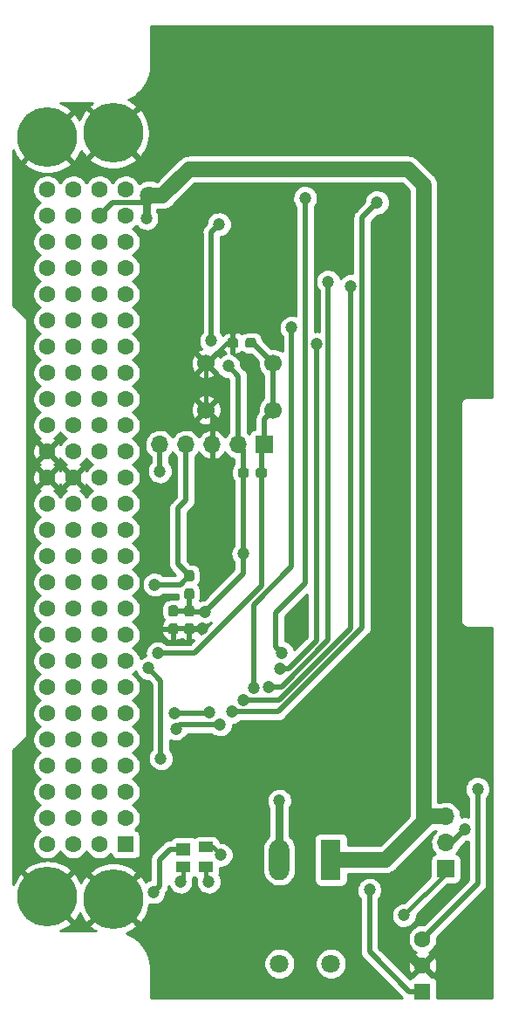
<source format=gtl>
G04 #@! TF.GenerationSoftware,KiCad,Pcbnew,6.0.0-unknown-920f128~86~ubuntu18.04.1*
G04 #@! TF.CreationDate,2019-07-19T14:58:54-04:00*
G04 #@! TF.ProjectId,FOD,464f442e-6b69-4636-9164-5f7063625858,rev?*
G04 #@! TF.SameCoordinates,Original*
G04 #@! TF.FileFunction,Copper,L1,Top*
G04 #@! TF.FilePolarity,Positive*
%FSLAX46Y46*%
G04 Gerber Fmt 4.6, Leading zero omitted, Abs format (unit mm)*
G04 Created by KiCad (PCBNEW 6.0.0-unknown-920f128~86~ubuntu18.04.1) date 2019-07-19 14:58:54*
%MOMM*%
%LPD*%
G04 APERTURE LIST*
%ADD10C,1.600000*%
%ADD11R,1.600000X1.600000*%
%ADD12C,1.700000*%
%ADD13C,5.800000*%
%ADD14C,0.100000*%
%ADD15C,0.950000*%
%ADD16O,1.700000X1.700000*%
%ADD17R,1.700000X1.700000*%
%ADD18O,1.980000X3.960000*%
%ADD19R,1.980000X3.960000*%
%ADD20R,1.400000X1.000000*%
%ADD21R,1.400000X1.200000*%
%ADD22C,1.200000*%
%ADD23C,1.000000*%
%ADD24C,1.800000*%
%ADD25C,0.450000*%
%ADD26C,0.550000*%
%ADD27C,1.500000*%
%ADD28C,0.800000*%
%ADD29C,0.500000*%
%ADD30C,0.254000*%
G04 APERTURE END LIST*
D10*
X147000000Y-114960000D03*
X147000000Y-117500000D03*
D11*
X147000000Y-120040000D03*
D12*
X126000000Y-63650000D03*
X132500000Y-63650000D03*
X126000000Y-59150000D03*
X132500000Y-59150000D03*
D13*
X116985000Y-111095000D03*
X116985000Y-36795000D03*
D10*
X113115000Y-105785000D03*
X110575000Y-105785000D03*
X113115000Y-103245000D03*
X110575000Y-103245000D03*
X113115000Y-100705000D03*
X110575000Y-100705000D03*
X113115000Y-98165000D03*
X110575000Y-98165000D03*
X113115000Y-95625000D03*
X110575000Y-95625000D03*
X113115000Y-93085000D03*
X110575000Y-93085000D03*
X113115000Y-90545000D03*
X110575000Y-90545000D03*
X113115000Y-88005000D03*
X110575000Y-88005000D03*
X113115000Y-85465000D03*
X110575000Y-85465000D03*
X113115000Y-82925000D03*
X110575000Y-82925000D03*
X113115000Y-80385000D03*
X110575000Y-80385000D03*
X113115000Y-77845000D03*
X110575000Y-77845000D03*
X113115000Y-75305000D03*
X110575000Y-75305000D03*
X113115000Y-72765000D03*
X110575000Y-72765000D03*
X113115000Y-70225000D03*
X110575000Y-70225000D03*
X113115000Y-67685000D03*
X110575000Y-67685000D03*
X113115000Y-65145000D03*
X110575000Y-65145000D03*
X113115000Y-62605000D03*
X110575000Y-62605000D03*
X113115000Y-60065000D03*
X110575000Y-60065000D03*
X113115000Y-57525000D03*
X110575000Y-57525000D03*
X113115000Y-54985000D03*
X110575000Y-54985000D03*
X113115000Y-52445000D03*
X110575000Y-52445000D03*
X113115000Y-49905000D03*
X110575000Y-49905000D03*
X113115000Y-47365000D03*
X110575000Y-47365000D03*
X113115000Y-44825000D03*
X110575000Y-44825000D03*
X113115000Y-42285000D03*
X110575000Y-42285000D03*
D11*
X118195000Y-105785000D03*
D10*
X115655000Y-105785000D03*
X118195000Y-103245000D03*
X115655000Y-103245000D03*
X118195000Y-100705000D03*
X115655000Y-100705000D03*
X118195000Y-98165000D03*
X115655000Y-98165000D03*
X118195000Y-95625000D03*
X115655000Y-95625000D03*
X118195000Y-93085000D03*
X115655000Y-93085000D03*
X118195000Y-90545000D03*
X115655000Y-90545000D03*
X118195000Y-88005000D03*
X115655000Y-88005000D03*
X118195000Y-85465000D03*
X115655000Y-85465000D03*
X118195000Y-82925000D03*
X115655000Y-82925000D03*
X118195000Y-80385000D03*
X115655000Y-80385000D03*
X118195000Y-77845000D03*
X115655000Y-77845000D03*
X118195000Y-75305000D03*
X115655000Y-75305000D03*
X118195000Y-72765000D03*
X115655000Y-72765000D03*
X118195000Y-70225000D03*
X115655000Y-70225000D03*
X118195000Y-67685000D03*
X115655000Y-67685000D03*
X118195000Y-65145000D03*
X115655000Y-65145000D03*
X118195000Y-62605000D03*
X115655000Y-62605000D03*
X118195000Y-60065000D03*
X115655000Y-60065000D03*
X118195000Y-57525000D03*
X115655000Y-57525000D03*
X118195000Y-54985000D03*
X115655000Y-54985000D03*
X118195000Y-52445000D03*
X115655000Y-52445000D03*
X118195000Y-49905000D03*
X115655000Y-49905000D03*
X118195000Y-47365000D03*
X115655000Y-47365000D03*
X118195000Y-44825000D03*
X115655000Y-44825000D03*
X118195000Y-42285000D03*
X115655000Y-42285000D03*
D13*
X110595000Y-37205000D03*
X110595000Y-110865000D03*
D14*
G36*
X131733387Y-69263079D02*
G01*
X131810438Y-69314562D01*
X131861921Y-69391613D01*
X131880000Y-69482500D01*
X131880000Y-69957500D01*
X131861921Y-70048387D01*
X131810438Y-70125438D01*
X131733387Y-70176921D01*
X131642500Y-70195000D01*
X131067500Y-70195000D01*
X130976613Y-70176921D01*
X130899562Y-70125438D01*
X130848079Y-70048387D01*
X130830000Y-69957500D01*
X130830000Y-69482500D01*
X130848079Y-69391613D01*
X130899562Y-69314562D01*
X130976613Y-69263079D01*
X131067500Y-69245000D01*
X131642500Y-69245000D01*
X131733387Y-69263079D01*
X131733387Y-69263079D01*
G37*
D15*
X131355000Y-69720000D03*
D14*
G36*
X129983387Y-69263079D02*
G01*
X130060438Y-69314562D01*
X130111921Y-69391613D01*
X130130000Y-69482500D01*
X130130000Y-69957500D01*
X130111921Y-70048387D01*
X130060438Y-70125438D01*
X129983387Y-70176921D01*
X129892500Y-70195000D01*
X129317500Y-70195000D01*
X129226613Y-70176921D01*
X129149562Y-70125438D01*
X129098079Y-70048387D01*
X129080000Y-69957500D01*
X129080000Y-69482500D01*
X129098079Y-69391613D01*
X129149562Y-69314562D01*
X129226613Y-69263079D01*
X129317500Y-69245000D01*
X129892500Y-69245000D01*
X129983387Y-69263079D01*
X129983387Y-69263079D01*
G37*
D15*
X129605000Y-69720000D03*
D14*
G36*
X124678387Y-79218079D02*
G01*
X124755438Y-79269562D01*
X124806921Y-79346613D01*
X124825000Y-79437500D01*
X124825000Y-80012500D01*
X124806921Y-80103387D01*
X124755438Y-80180438D01*
X124678387Y-80231921D01*
X124587500Y-80250000D01*
X124112500Y-80250000D01*
X124021613Y-80231921D01*
X123944562Y-80180438D01*
X123893079Y-80103387D01*
X123875000Y-80012500D01*
X123875000Y-79437500D01*
X123893079Y-79346613D01*
X123944562Y-79269562D01*
X124021613Y-79218079D01*
X124112500Y-79200000D01*
X124587500Y-79200000D01*
X124678387Y-79218079D01*
X124678387Y-79218079D01*
G37*
D15*
X124350000Y-79725000D03*
D14*
G36*
X124678387Y-80968079D02*
G01*
X124755438Y-81019562D01*
X124806921Y-81096613D01*
X124825000Y-81187500D01*
X124825000Y-81762500D01*
X124806921Y-81853387D01*
X124755438Y-81930438D01*
X124678387Y-81981921D01*
X124587500Y-82000000D01*
X124112500Y-82000000D01*
X124021613Y-81981921D01*
X123944562Y-81930438D01*
X123893079Y-81853387D01*
X123875000Y-81762500D01*
X123875000Y-81187500D01*
X123893079Y-81096613D01*
X123944562Y-81019562D01*
X124021613Y-80968079D01*
X124112500Y-80950000D01*
X124587500Y-80950000D01*
X124678387Y-80968079D01*
X124678387Y-80968079D01*
G37*
D15*
X124350000Y-81475000D03*
D16*
X149250000Y-103070000D03*
X149250000Y-105610000D03*
D17*
X149250000Y-108150000D03*
D16*
X121490000Y-67000000D03*
X124030000Y-67000000D03*
X126570000Y-67000000D03*
X129110000Y-67000000D03*
D17*
X131650000Y-67000000D03*
D18*
X133100000Y-107250000D03*
D19*
X138100000Y-107250000D03*
D20*
X125975000Y-106050000D03*
X125975000Y-107950000D03*
X123775000Y-107950000D03*
D21*
X123775000Y-106230000D03*
D14*
G36*
X123128387Y-84368079D02*
G01*
X123205438Y-84419562D01*
X123256921Y-84496613D01*
X123275000Y-84587500D01*
X123275000Y-85162500D01*
X123256921Y-85253387D01*
X123205438Y-85330438D01*
X123128387Y-85381921D01*
X123037500Y-85400000D01*
X122562500Y-85400000D01*
X122471613Y-85381921D01*
X122394562Y-85330438D01*
X122343079Y-85253387D01*
X122325000Y-85162500D01*
X122325000Y-84587500D01*
X122343079Y-84496613D01*
X122394562Y-84419562D01*
X122471613Y-84368079D01*
X122562500Y-84350000D01*
X123037500Y-84350000D01*
X123128387Y-84368079D01*
X123128387Y-84368079D01*
G37*
D15*
X122800000Y-84875000D03*
D14*
G36*
X123128387Y-82618079D02*
G01*
X123205438Y-82669562D01*
X123256921Y-82746613D01*
X123275000Y-82837500D01*
X123275000Y-83412500D01*
X123256921Y-83503387D01*
X123205438Y-83580438D01*
X123128387Y-83631921D01*
X123037500Y-83650000D01*
X122562500Y-83650000D01*
X122471613Y-83631921D01*
X122394562Y-83580438D01*
X122343079Y-83503387D01*
X122325000Y-83412500D01*
X122325000Y-82837500D01*
X122343079Y-82746613D01*
X122394562Y-82669562D01*
X122471613Y-82618079D01*
X122562500Y-82600000D01*
X123037500Y-82600000D01*
X123128387Y-82618079D01*
X123128387Y-82618079D01*
G37*
D15*
X122800000Y-83125000D03*
D14*
G36*
X124678387Y-84368079D02*
G01*
X124755438Y-84419562D01*
X124806921Y-84496613D01*
X124825000Y-84587500D01*
X124825000Y-85162500D01*
X124806921Y-85253387D01*
X124755438Y-85330438D01*
X124678387Y-85381921D01*
X124587500Y-85400000D01*
X124112500Y-85400000D01*
X124021613Y-85381921D01*
X123944562Y-85330438D01*
X123893079Y-85253387D01*
X123875000Y-85162500D01*
X123875000Y-84587500D01*
X123893079Y-84496613D01*
X123944562Y-84419562D01*
X124021613Y-84368079D01*
X124112500Y-84350000D01*
X124587500Y-84350000D01*
X124678387Y-84368079D01*
X124678387Y-84368079D01*
G37*
D15*
X124350000Y-84875000D03*
D14*
G36*
X124678387Y-82618079D02*
G01*
X124755438Y-82669562D01*
X124806921Y-82746613D01*
X124825000Y-82837500D01*
X124825000Y-83412500D01*
X124806921Y-83503387D01*
X124755438Y-83580438D01*
X124678387Y-83631921D01*
X124587500Y-83650000D01*
X124112500Y-83650000D01*
X124021613Y-83631921D01*
X123944562Y-83580438D01*
X123893079Y-83503387D01*
X123875000Y-83412500D01*
X123875000Y-82837500D01*
X123893079Y-82746613D01*
X123944562Y-82669562D01*
X124021613Y-82618079D01*
X124112500Y-82600000D01*
X124587500Y-82600000D01*
X124678387Y-82618079D01*
X124678387Y-82618079D01*
G37*
D15*
X124350000Y-83125000D03*
D14*
G36*
X128953387Y-56693079D02*
G01*
X129030438Y-56744562D01*
X129081921Y-56821613D01*
X129100000Y-56912500D01*
X129100000Y-57387500D01*
X129081921Y-57478387D01*
X129030438Y-57555438D01*
X128953387Y-57606921D01*
X128862500Y-57625000D01*
X128287500Y-57625000D01*
X128196613Y-57606921D01*
X128119562Y-57555438D01*
X128068079Y-57478387D01*
X128050000Y-57387500D01*
X128050000Y-56912500D01*
X128068079Y-56821613D01*
X128119562Y-56744562D01*
X128196613Y-56693079D01*
X128287500Y-56675000D01*
X128862500Y-56675000D01*
X128953387Y-56693079D01*
X128953387Y-56693079D01*
G37*
D15*
X128575000Y-57150000D03*
D14*
G36*
X130703387Y-56693079D02*
G01*
X130780438Y-56744562D01*
X130831921Y-56821613D01*
X130850000Y-56912500D01*
X130850000Y-57387500D01*
X130831921Y-57478387D01*
X130780438Y-57555438D01*
X130703387Y-57606921D01*
X130612500Y-57625000D01*
X130037500Y-57625000D01*
X129946613Y-57606921D01*
X129869562Y-57555438D01*
X129818079Y-57478387D01*
X129800000Y-57387500D01*
X129800000Y-56912500D01*
X129818079Y-56821613D01*
X129869562Y-56744562D01*
X129946613Y-56693079D01*
X130037500Y-56675000D01*
X130612500Y-56675000D01*
X130703387Y-56693079D01*
X130703387Y-56693079D01*
G37*
D15*
X130325000Y-57150000D03*
D22*
X120950000Y-64350000D03*
D23*
X122700000Y-71450000D03*
D22*
X126600000Y-70850000D03*
X127250000Y-45650000D03*
X126500000Y-56950000D03*
X128150000Y-59400000D03*
X144950000Y-50950000D03*
X120200000Y-45050000D03*
D24*
X120500000Y-42850000D03*
D22*
X141950000Y-85950000D03*
X133950000Y-95150000D03*
X135550000Y-97950000D03*
D23*
X137250000Y-90600000D03*
D22*
X139650000Y-88250000D03*
X129605000Y-77595000D03*
X140050000Y-51650000D03*
X137850000Y-51200000D03*
X136675000Y-57250000D03*
X141850000Y-110200000D03*
X128490678Y-92933157D03*
X129600000Y-91800000D03*
X130600000Y-90650000D03*
X132050000Y-90500000D03*
X133350000Y-87200000D03*
X133150000Y-88750000D03*
X151500000Y-50950000D03*
X151600000Y-36950000D03*
X128950000Y-48200000D03*
X130500000Y-48200000D03*
X133100000Y-101550000D03*
X123050000Y-94550000D03*
X127350000Y-94150000D03*
X126300000Y-92950000D03*
X122900000Y-93050000D03*
X127400000Y-106800000D03*
X120850000Y-110400000D03*
X120575503Y-84870262D03*
X126250000Y-109400000D03*
X123500000Y-109400000D03*
X121600000Y-97450000D03*
X120400000Y-88700000D03*
X125650000Y-84850000D03*
X121300000Y-87250000D03*
X125850000Y-83250000D03*
X121000000Y-80600000D03*
X125000000Y-73850000D03*
X124850000Y-75650000D03*
X121500000Y-69600000D03*
X152350000Y-100400000D03*
X149050000Y-91750000D03*
X151150000Y-104300000D03*
X128700000Y-54050000D03*
X124950000Y-49450000D03*
D24*
X133100000Y-117350000D03*
X138100000Y-117350000D03*
D22*
X119850000Y-108250000D03*
X133050000Y-53350000D03*
X128600000Y-55800000D03*
X146700000Y-36900000D03*
X145050000Y-116200000D03*
X144525000Y-96375000D03*
X144525000Y-94550000D03*
D23*
X144550000Y-88900000D03*
D22*
X135600000Y-43100000D03*
X142600000Y-43525000D03*
X137900000Y-48950000D03*
D23*
X134225000Y-83750000D03*
D22*
X145200000Y-112650000D03*
D23*
X119525000Y-71475000D03*
X122200000Y-111300000D03*
X135250000Y-83850000D03*
D22*
X124950000Y-52425000D03*
X134300000Y-55675000D03*
D25*
X122700000Y-71450000D02*
X120200000Y-71450000D01*
X126570000Y-70820000D02*
X126600000Y-70850000D01*
X126570000Y-67000000D02*
X126570000Y-70820000D01*
D26*
X126500000Y-46400000D02*
X127250000Y-45650000D01*
X126500000Y-56950000D02*
X126500000Y-46400000D01*
X129110000Y-60360000D02*
X128150000Y-59400000D01*
X129110000Y-67000000D02*
X129110000Y-60360000D01*
D27*
X120500000Y-42850000D02*
X121772792Y-42850000D01*
X121772792Y-42850000D02*
X124322793Y-40299999D01*
X124322793Y-40299999D02*
X145594001Y-40299999D01*
X145594001Y-40299999D02*
X147100001Y-41805999D01*
X147100001Y-41805999D02*
X147100001Y-103594001D01*
X147100001Y-103594001D02*
X143444002Y-107250000D01*
X143444002Y-107250000D02*
X140590000Y-107250000D01*
X140590000Y-107250000D02*
X138100000Y-107250000D01*
D28*
X120200000Y-45050000D02*
X120200000Y-43150000D01*
D29*
X120200000Y-43150000D02*
X120500000Y-42850000D01*
X115655000Y-44825000D02*
X116944999Y-43535001D01*
X116944999Y-43535001D02*
X119814999Y-43535001D01*
X119814999Y-43535001D02*
X119900001Y-43449999D01*
X119900001Y-43449999D02*
X120500000Y-42850000D01*
D25*
X139650000Y-88250000D02*
X141950000Y-85950000D01*
X139600000Y-88250000D02*
X137250000Y-90600000D01*
X139650000Y-88250000D02*
X139600000Y-88250000D01*
D26*
X129605000Y-77595000D02*
X129605000Y-77405000D01*
X129605000Y-79495000D02*
X129605000Y-77595000D01*
X133069876Y-91800000D02*
X140050000Y-84819876D01*
X140050000Y-84819876D02*
X140050000Y-51650000D01*
X129600000Y-91800000D02*
X133069876Y-91800000D01*
X130600000Y-82551676D02*
X134300000Y-78851676D01*
X130600000Y-90650000D02*
X130600000Y-82551676D01*
X134300000Y-78851676D02*
X134300000Y-57550000D01*
X133309202Y-90500000D02*
X137850000Y-85959202D01*
X132050000Y-90500000D02*
X133309202Y-90500000D01*
X137850000Y-85959202D02*
X137850000Y-51200000D01*
X133998528Y-88750000D02*
X136675000Y-86073528D01*
X133150000Y-88750000D02*
X133998528Y-88750000D01*
X136675000Y-86073528D02*
X136675000Y-57250000D01*
X132750001Y-86600001D02*
X132750001Y-83308997D01*
X133350000Y-87200000D02*
X132750001Y-86600001D01*
X132750001Y-83308997D02*
X135600000Y-80458998D01*
X141850000Y-110200000D02*
X141850000Y-116202000D01*
X141850000Y-116202000D02*
X145688000Y-120040000D01*
X145688000Y-120040000D02*
X147000000Y-120040000D01*
X129605000Y-77405000D02*
X129605000Y-69720000D01*
D28*
X133100000Y-101550000D02*
X133100000Y-107250000D01*
D25*
X128575000Y-57150000D02*
X128000000Y-57150000D01*
X128000000Y-57150000D02*
X126000000Y-59150000D01*
D26*
X130325000Y-57150000D02*
X130500000Y-57150000D01*
X130500000Y-57150000D02*
X132500000Y-59150000D01*
D25*
X126570000Y-67000000D02*
X126570000Y-64220000D01*
X126570000Y-64220000D02*
X126000000Y-63650000D01*
X126000000Y-59150000D02*
X126000000Y-63650000D01*
D26*
X132500000Y-63650000D02*
X132500000Y-59150000D01*
X131650000Y-67000000D02*
X131650000Y-64500000D01*
X131650000Y-64500000D02*
X132500000Y-63650000D01*
X123450000Y-94150000D02*
X123050000Y-94550000D01*
X127350000Y-94150000D02*
X123450000Y-94150000D01*
X126200000Y-93050000D02*
X126300000Y-92950000D01*
X122900000Y-93050000D02*
X126200000Y-93050000D01*
D27*
X138130000Y-107280000D02*
X138100000Y-107250000D01*
D25*
X125975000Y-106050000D02*
X126650000Y-106050000D01*
X126650000Y-106050000D02*
X127400000Y-106800000D01*
D26*
X120850000Y-110400000D02*
X121449999Y-109800001D01*
X121449999Y-109800001D02*
X121449999Y-107305001D01*
X121449999Y-107305001D02*
X122525000Y-106230000D01*
X122525000Y-106230000D02*
X123775000Y-106230000D01*
D25*
X125975000Y-107950000D02*
X125975000Y-109125000D01*
X125975000Y-109125000D02*
X126250000Y-109400000D01*
X123775000Y-109125000D02*
X123500000Y-109400000D01*
X123775000Y-107950000D02*
X123775000Y-109125000D01*
D26*
X121600000Y-89900000D02*
X121600000Y-97450000D01*
X120400000Y-88700000D02*
X121600000Y-89900000D01*
X121300000Y-87250000D02*
X124841002Y-87250000D01*
X124841002Y-87250000D02*
X131355000Y-80736002D01*
X131355000Y-80736002D02*
X131355000Y-70295000D01*
X131355000Y-70295000D02*
X131355000Y-69720000D01*
X125625000Y-84875000D02*
X125650000Y-84850000D01*
X124350000Y-84875000D02*
X125625000Y-84875000D01*
X122800000Y-84875000D02*
X124350000Y-84875000D01*
X131355000Y-69720000D02*
X131355000Y-67295000D01*
X131355000Y-67295000D02*
X131650000Y-67000000D01*
X129605000Y-69720000D02*
X129605000Y-67495000D01*
X129605000Y-67495000D02*
X129110000Y-67000000D01*
X125850000Y-83250000D02*
X129605000Y-79495000D01*
X125850000Y-83250000D02*
X124475000Y-83250000D01*
X124475000Y-83250000D02*
X124350000Y-83125000D01*
X124350000Y-81475000D02*
X124350000Y-83125000D01*
X122800000Y-83125000D02*
X124350000Y-83125000D01*
X121000000Y-80600000D02*
X123475000Y-80600000D01*
X123475000Y-80600000D02*
X124350000Y-79725000D01*
X121500000Y-69600000D02*
X121500000Y-67010000D01*
X121500000Y-67010000D02*
X121490000Y-67000000D01*
D27*
X147624002Y-103070000D02*
X147100001Y-103594001D01*
X149250000Y-103070000D02*
X147624002Y-103070000D01*
D26*
X149250000Y-105610000D02*
X149840000Y-105610000D01*
X149840000Y-105610000D02*
X151150000Y-104300000D01*
D25*
X116985000Y-111095000D02*
X117005000Y-111095000D01*
X117005000Y-111095000D02*
X119850000Y-108250000D01*
X128575000Y-57150000D02*
X128575000Y-55825000D01*
X128575000Y-55825000D02*
X128600000Y-55800000D01*
D26*
X152350000Y-109610000D02*
X152350000Y-100400000D01*
X147000000Y-114960000D02*
X152350000Y-109610000D01*
D25*
X147000000Y-117500000D02*
X146350000Y-117500000D01*
X146350000Y-117500000D02*
X145050000Y-116200000D01*
D26*
X135600000Y-80458998D02*
X135600000Y-43100000D01*
X132997393Y-92933157D02*
X128490678Y-92933157D01*
X141125001Y-84805549D02*
X132997393Y-92933157D01*
X142600000Y-43525000D02*
X141125001Y-44999999D01*
X141125001Y-44999999D02*
X141125001Y-84805549D01*
X124350000Y-79725000D02*
X123250000Y-78625000D01*
X123250000Y-78625000D02*
X123250000Y-73200000D01*
X124030000Y-72420000D02*
X124030000Y-67000000D01*
X123250000Y-73200000D02*
X124030000Y-72420000D01*
D25*
X149250000Y-108600000D02*
X149250000Y-108150000D01*
X145200000Y-112650000D02*
X149250000Y-108600000D01*
X120200000Y-71450000D02*
X119550000Y-71450000D01*
X119550000Y-71450000D02*
X119525000Y-71475000D01*
D26*
X134300000Y-57550000D02*
X134300000Y-55675000D01*
D30*
G36*
X142759000Y-111035443D02*
G01*
X142877561Y-110898330D01*
X143010651Y-110643210D01*
X143081606Y-110363829D01*
X143084277Y-110057691D01*
X143018210Y-109777114D01*
X142889592Y-109519710D01*
X142705208Y-109298798D01*
X142474950Y-109126229D01*
X142211168Y-109011259D01*
X141928010Y-108960056D01*
X141640670Y-108975366D01*
X141364557Y-109056369D01*
X141114485Y-109198718D01*
X140903868Y-109394779D01*
X140744003Y-109634034D01*
X140643467Y-109903647D01*
X140607651Y-110189158D01*
X140638479Y-110475251D01*
X140734295Y-110746579D01*
X140889959Y-110988587D01*
X140941000Y-111037791D01*
X140941001Y-116181802D01*
X140936535Y-116288347D01*
X140955183Y-116367853D01*
X140966263Y-116448744D01*
X140983495Y-116488565D01*
X140994486Y-116535422D01*
X141022318Y-116578280D01*
X141065172Y-116677309D01*
X141221904Y-116870856D01*
X141261421Y-116898939D01*
X145023481Y-120661000D01*
X120619000Y-120661000D01*
X120619000Y-117852739D01*
X120624299Y-117807966D01*
X120623808Y-117791955D01*
X120615408Y-117562892D01*
X120612325Y-117545840D01*
X120612743Y-117528118D01*
X120610747Y-117512226D01*
X120568164Y-117188770D01*
X131566001Y-117188770D01*
X131566001Y-117511230D01*
X131633044Y-117826643D01*
X131764200Y-118121224D01*
X131953737Y-118382100D01*
X132193371Y-118597868D01*
X132472630Y-118759098D01*
X132779307Y-118858742D01*
X133100000Y-118892449D01*
X133420693Y-118858742D01*
X133727370Y-118759098D01*
X134006629Y-118597868D01*
X134246263Y-118382100D01*
X134435800Y-118121224D01*
X134566956Y-117826643D01*
X134633999Y-117511230D01*
X134633999Y-117188770D01*
X136566001Y-117188770D01*
X136566001Y-117511230D01*
X136633044Y-117826643D01*
X136764200Y-118121224D01*
X136953737Y-118382100D01*
X137193371Y-118597868D01*
X137472630Y-118759098D01*
X137779307Y-118858742D01*
X138100000Y-118892449D01*
X138420693Y-118858742D01*
X138727370Y-118759098D01*
X139006629Y-118597868D01*
X139246263Y-118382100D01*
X139435800Y-118121224D01*
X139566956Y-117826643D01*
X139633999Y-117511230D01*
X139633999Y-117188770D01*
X139566956Y-116873357D01*
X139435800Y-116578776D01*
X139246263Y-116317900D01*
X139006629Y-116102132D01*
X138727370Y-115940902D01*
X138420693Y-115841258D01*
X138100000Y-115807551D01*
X137779307Y-115841258D01*
X137472630Y-115940902D01*
X137193371Y-116102132D01*
X136953737Y-116317900D01*
X136764200Y-116578776D01*
X136633044Y-116873357D01*
X136566001Y-117188770D01*
X134633999Y-117188770D01*
X134566956Y-116873357D01*
X134435800Y-116578776D01*
X134246263Y-116317900D01*
X134006629Y-116102132D01*
X133727370Y-115940902D01*
X133420693Y-115841258D01*
X133100000Y-115807551D01*
X132779307Y-115841258D01*
X132472630Y-115940902D01*
X132193371Y-116102132D01*
X131953737Y-116317900D01*
X131764200Y-116578776D01*
X131633044Y-116873357D01*
X131566001Y-117188770D01*
X120568164Y-117188770D01*
X120564445Y-117160522D01*
X120557963Y-117137383D01*
X120555729Y-117113066D01*
X120551922Y-117097507D01*
X120465499Y-116753446D01*
X120456401Y-116731207D01*
X120451385Y-116707303D01*
X120445813Y-116692284D01*
X120320421Y-116360443D01*
X120308828Y-116339399D01*
X120301097Y-116316227D01*
X120293837Y-116301949D01*
X120131134Y-115986718D01*
X120117196Y-115967143D01*
X120106857Y-115945019D01*
X120098002Y-115931669D01*
X119900147Y-115637228D01*
X119884051Y-115619383D01*
X119871237Y-115598594D01*
X119860907Y-115586351D01*
X119630521Y-115316602D01*
X119612484Y-115300728D01*
X119597363Y-115281547D01*
X119585695Y-115270572D01*
X119325828Y-115029089D01*
X119306082Y-115015391D01*
X119288863Y-114998081D01*
X119276010Y-114988518D01*
X118990112Y-114778505D01*
X118968921Y-114767166D01*
X118949827Y-114751951D01*
X118935963Y-114743930D01*
X118627817Y-114568167D01*
X118605470Y-114559342D01*
X118584743Y-114546415D01*
X118570046Y-114540042D01*
X118243748Y-114400863D01*
X118238499Y-114399461D01*
X118452678Y-114315525D01*
X118791909Y-114138180D01*
X119110001Y-113925236D01*
X119395040Y-113686059D01*
X116985000Y-111276019D01*
X114576164Y-113684855D01*
X114830478Y-113902828D01*
X115146324Y-114119092D01*
X115261781Y-114181000D01*
X111819056Y-114181000D01*
X112062678Y-114085525D01*
X112401909Y-113908180D01*
X112720001Y-113695236D01*
X113005040Y-113456059D01*
X110413981Y-110865000D01*
X110776019Y-110865000D01*
X113183106Y-113272087D01*
X113278190Y-113172888D01*
X113511739Y-112869619D01*
X113711177Y-112542888D01*
X113736483Y-112489110D01*
X113851424Y-112740164D01*
X114047429Y-113068966D01*
X114277798Y-113374675D01*
X114397178Y-113501803D01*
X116803981Y-111095000D01*
X117166019Y-111095000D01*
X119573106Y-113502087D01*
X119668190Y-113402888D01*
X119901739Y-113099619D01*
X120101177Y-112772888D01*
X120264161Y-112426529D01*
X120388785Y-112064593D01*
X120473592Y-111691316D01*
X120486551Y-111579311D01*
X120619328Y-111620794D01*
X120906358Y-111641117D01*
X121190366Y-111594863D01*
X121456115Y-111484514D01*
X121689350Y-111315990D01*
X121877561Y-111098330D01*
X122010651Y-110843210D01*
X122081606Y-110563829D01*
X122082570Y-110453279D01*
X122156974Y-110384862D01*
X122200005Y-110315460D01*
X122249370Y-110250423D01*
X122265340Y-110210085D01*
X122290704Y-110169177D01*
X122301330Y-110119189D01*
X122341051Y-110018865D01*
X122356824Y-109868788D01*
X122384295Y-109946579D01*
X122539959Y-110188587D01*
X122747122Y-110388293D01*
X122994672Y-110534984D01*
X123269328Y-110620794D01*
X123556358Y-110641117D01*
X123840366Y-110594863D01*
X124106115Y-110484514D01*
X124339350Y-110315990D01*
X124527561Y-110098330D01*
X124660651Y-109843210D01*
X124731606Y-109563829D01*
X124734277Y-109257691D01*
X124683138Y-109040512D01*
X124792512Y-109011205D01*
X124868539Y-108947411D01*
X125054814Y-109054956D01*
X125061203Y-109056083D01*
X125043467Y-109103647D01*
X125007651Y-109389158D01*
X125038479Y-109675251D01*
X125134295Y-109946579D01*
X125289959Y-110188587D01*
X125497122Y-110388293D01*
X125744672Y-110534984D01*
X126019328Y-110620794D01*
X126306358Y-110641117D01*
X126590366Y-110594863D01*
X126856115Y-110484514D01*
X127089350Y-110315990D01*
X127277561Y-110098330D01*
X127410651Y-109843210D01*
X127481606Y-109563829D01*
X127484277Y-109257691D01*
X127418210Y-108977114D01*
X127289592Y-108719709D01*
X127266995Y-108692636D01*
X127279956Y-108670187D01*
X127316837Y-108461024D01*
X127316837Y-108307603D01*
X131476000Y-108307603D01*
X131492323Y-108506148D01*
X131557380Y-108765149D01*
X131663865Y-109010048D01*
X131808918Y-109234266D01*
X131988644Y-109431783D01*
X132198216Y-109597293D01*
X132432006Y-109726353D01*
X132683736Y-109815495D01*
X132946645Y-109862326D01*
X133213671Y-109865588D01*
X133477646Y-109825195D01*
X133731478Y-109742230D01*
X133968352Y-109618921D01*
X134181905Y-109458581D01*
X134366405Y-109265514D01*
X134516893Y-109044907D01*
X134629329Y-108802683D01*
X134700901Y-108544602D01*
X134724000Y-108300243D01*
X134724000Y-106192396D01*
X134707677Y-105993851D01*
X134642620Y-105734850D01*
X134536135Y-105489951D01*
X134391082Y-105265733D01*
X134211356Y-105068217D01*
X134134000Y-105007125D01*
X134134000Y-102235987D01*
X134260651Y-101993210D01*
X134331606Y-101713829D01*
X134334277Y-101407691D01*
X134268210Y-101127114D01*
X134139592Y-100869710D01*
X133955208Y-100648798D01*
X133724950Y-100476229D01*
X133461168Y-100361259D01*
X133178010Y-100310056D01*
X132890670Y-100325366D01*
X132614557Y-100406369D01*
X132364485Y-100548718D01*
X132153868Y-100744779D01*
X131994003Y-100984034D01*
X131893467Y-101253647D01*
X131857651Y-101539158D01*
X131888479Y-101825251D01*
X131984295Y-102096579D01*
X132066000Y-102223604D01*
X132066001Y-105005451D01*
X132018095Y-105041420D01*
X131833596Y-105234486D01*
X131683108Y-105455093D01*
X131570672Y-105697317D01*
X131499100Y-105955398D01*
X131476001Y-106199757D01*
X131476000Y-108307603D01*
X127316837Y-108307603D01*
X127316837Y-108031238D01*
X127456358Y-108041117D01*
X127740366Y-107994863D01*
X128006115Y-107884514D01*
X128239350Y-107715990D01*
X128427561Y-107498330D01*
X128560651Y-107243210D01*
X128631606Y-106963829D01*
X128634277Y-106657691D01*
X128568210Y-106377114D01*
X128439592Y-106119710D01*
X128255208Y-105898798D01*
X128024950Y-105726229D01*
X127761168Y-105611259D01*
X127478010Y-105560056D01*
X127380081Y-105565274D01*
X127325456Y-105510649D01*
X127310880Y-105487547D01*
X127302585Y-105480221D01*
X127236205Y-105232489D01*
X127088815Y-105056835D01*
X126895186Y-104945044D01*
X126686024Y-104908163D01*
X125258412Y-104908163D01*
X124957489Y-104988795D01*
X124824981Y-105099981D01*
X124695186Y-105025044D01*
X124486024Y-104988163D01*
X123058412Y-104988163D01*
X122757489Y-105068795D01*
X122581835Y-105216185D01*
X122521884Y-105320024D01*
X122438652Y-105316535D01*
X122359155Y-105335181D01*
X122278255Y-105346262D01*
X122238427Y-105363498D01*
X122191578Y-105374485D01*
X122148722Y-105402316D01*
X122049691Y-105445171D01*
X121856144Y-105601903D01*
X121828058Y-105641423D01*
X120821530Y-106647952D01*
X120743025Y-106720140D01*
X120699992Y-106789545D01*
X120650628Y-106854580D01*
X120634655Y-106894923D01*
X120609294Y-106935825D01*
X120598670Y-106985810D01*
X120558947Y-107086137D01*
X120532915Y-107333821D01*
X120541000Y-107381624D01*
X120540999Y-109204606D01*
X120364557Y-109256369D01*
X120114485Y-109398718D01*
X120097928Y-109414131D01*
X119915662Y-109110792D01*
X119684229Y-108805889D01*
X119572881Y-108688138D01*
X117166019Y-111095000D01*
X116803981Y-111095000D01*
X114397035Y-108688055D01*
X114293780Y-108796480D01*
X114061281Y-109100575D01*
X113862986Y-109428000D01*
X113843428Y-109469941D01*
X113722815Y-109208907D01*
X113525662Y-108880792D01*
X113294229Y-108575889D01*
X113226602Y-108504373D01*
X114575392Y-108504373D01*
X116985000Y-110913981D01*
X119394206Y-108504775D01*
X119129707Y-108279669D01*
X118813110Y-108064508D01*
X118475125Y-107884799D01*
X118119710Y-107742644D01*
X117751020Y-107639703D01*
X117373371Y-107577183D01*
X116991177Y-107555816D01*
X116608911Y-107575850D01*
X116231045Y-107637051D01*
X115861999Y-107738703D01*
X115506090Y-107879617D01*
X115167480Y-108058145D01*
X114850132Y-108272199D01*
X114575392Y-108504373D01*
X113226602Y-108504373D01*
X113182881Y-108458138D01*
X110776019Y-110865000D01*
X110413981Y-110865000D01*
X108007035Y-108458055D01*
X107903780Y-108566480D01*
X107671281Y-108870575D01*
X107472986Y-109198000D01*
X107311211Y-109544926D01*
X107279000Y-109639545D01*
X107279000Y-108274373D01*
X108185392Y-108274373D01*
X110595000Y-110683981D01*
X113004206Y-108274775D01*
X112739707Y-108049669D01*
X112423110Y-107834508D01*
X112085125Y-107654799D01*
X111729710Y-107512644D01*
X111361020Y-107409703D01*
X110983371Y-107347183D01*
X110601177Y-107325816D01*
X110218911Y-107345850D01*
X109841045Y-107407051D01*
X109471999Y-107508703D01*
X109116090Y-107649617D01*
X108777480Y-107828145D01*
X108460132Y-108042199D01*
X108185392Y-108274373D01*
X107279000Y-108274373D01*
X107279000Y-96647609D01*
X108363088Y-95563522D01*
X108380126Y-95552772D01*
X108427661Y-95498949D01*
X108445440Y-95481171D01*
X108457084Y-95465634D01*
X108500343Y-95416653D01*
X108511325Y-95393262D01*
X108526818Y-95372589D01*
X108549753Y-95311412D01*
X108577689Y-95251911D01*
X108581422Y-95226935D01*
X108590567Y-95202539D01*
X108596006Y-95129343D01*
X108599000Y-95109313D01*
X108599000Y-95089062D01*
X108604025Y-95021435D01*
X108599000Y-94997895D01*
X108599000Y-70099541D01*
X109141000Y-70099541D01*
X109141000Y-70350459D01*
X109184571Y-70597564D01*
X109270391Y-70833349D01*
X109458982Y-71159999D01*
X110393981Y-70225000D01*
X110756019Y-70225000D01*
X111691018Y-71159999D01*
X111845000Y-70893294D01*
X111998982Y-71159999D01*
X112933981Y-70225000D01*
X111998982Y-69290001D01*
X111845000Y-69556706D01*
X111691018Y-69290001D01*
X110756019Y-70225000D01*
X110393981Y-70225000D01*
X109458982Y-69290001D01*
X109270391Y-69616651D01*
X109184571Y-69852436D01*
X109141000Y-70099541D01*
X108599000Y-70099541D01*
X108599000Y-69108982D01*
X109640001Y-69108982D01*
X110575000Y-70043981D01*
X111509999Y-69108982D01*
X111243294Y-68955000D01*
X111509999Y-68801018D01*
X110575000Y-67866019D01*
X109640001Y-68801018D01*
X109906706Y-68955000D01*
X109640001Y-69108982D01*
X108599000Y-69108982D01*
X108599000Y-68801018D01*
X108599000Y-67559541D01*
X109141000Y-67559541D01*
X109141000Y-67810459D01*
X109184571Y-68057564D01*
X109270391Y-68293349D01*
X109458982Y-68619999D01*
X110393981Y-67685000D01*
X109458982Y-66750001D01*
X109270391Y-67076651D01*
X109184571Y-67312436D01*
X109141000Y-67559541D01*
X108599000Y-67559541D01*
X108599000Y-55136010D01*
X108603445Y-55116368D01*
X108599000Y-55044728D01*
X108599000Y-55019553D01*
X108596245Y-55000316D01*
X108592200Y-54935111D01*
X108583427Y-54910810D01*
X108579764Y-54885232D01*
X108552720Y-54825751D01*
X108530402Y-54763930D01*
X108515383Y-54743631D01*
X108504597Y-54719911D01*
X108456681Y-54664302D01*
X108444638Y-54648027D01*
X108430326Y-54633716D01*
X108386054Y-54582336D01*
X108365852Y-54569242D01*
X107279000Y-53482390D01*
X107279000Y-42159541D01*
X109141000Y-42159541D01*
X109141000Y-42410459D01*
X109184571Y-42657564D01*
X109270391Y-42893349D01*
X109395850Y-43110651D01*
X109557136Y-43302864D01*
X109749349Y-43464150D01*
X109906706Y-43555000D01*
X109749349Y-43645850D01*
X109557136Y-43807136D01*
X109395850Y-43999349D01*
X109270391Y-44216651D01*
X109184571Y-44452436D01*
X109141000Y-44699541D01*
X109141000Y-44950459D01*
X109184571Y-45197564D01*
X109270391Y-45433349D01*
X109395850Y-45650651D01*
X109557136Y-45842864D01*
X109749349Y-46004150D01*
X109906706Y-46095000D01*
X109749349Y-46185850D01*
X109557136Y-46347136D01*
X109395850Y-46539349D01*
X109270391Y-46756651D01*
X109184571Y-46992436D01*
X109141000Y-47239541D01*
X109141000Y-47490459D01*
X109184571Y-47737564D01*
X109270391Y-47973349D01*
X109395850Y-48190651D01*
X109557136Y-48382864D01*
X109749349Y-48544150D01*
X109906706Y-48635000D01*
X109749349Y-48725850D01*
X109557136Y-48887136D01*
X109395850Y-49079349D01*
X109270391Y-49296651D01*
X109184571Y-49532436D01*
X109141000Y-49779541D01*
X109141000Y-50030459D01*
X109184571Y-50277564D01*
X109270391Y-50513349D01*
X109395850Y-50730651D01*
X109557136Y-50922864D01*
X109749349Y-51084150D01*
X109906706Y-51175000D01*
X109749349Y-51265850D01*
X109557136Y-51427136D01*
X109395850Y-51619349D01*
X109270391Y-51836651D01*
X109184571Y-52072436D01*
X109141000Y-52319541D01*
X109141000Y-52570459D01*
X109184571Y-52817564D01*
X109270391Y-53053349D01*
X109395850Y-53270651D01*
X109557136Y-53462864D01*
X109749349Y-53624150D01*
X109906706Y-53715000D01*
X109749349Y-53805850D01*
X109557136Y-53967136D01*
X109395850Y-54159349D01*
X109270391Y-54376651D01*
X109184571Y-54612436D01*
X109141000Y-54859541D01*
X109141000Y-55110459D01*
X109184571Y-55357564D01*
X109270391Y-55593349D01*
X109395850Y-55810651D01*
X109557136Y-56002864D01*
X109749349Y-56164150D01*
X109906706Y-56255000D01*
X109749349Y-56345850D01*
X109557136Y-56507136D01*
X109395850Y-56699349D01*
X109270391Y-56916651D01*
X109184571Y-57152436D01*
X109141000Y-57399541D01*
X109141000Y-57650459D01*
X109184571Y-57897564D01*
X109270391Y-58133349D01*
X109395850Y-58350651D01*
X109557136Y-58542864D01*
X109749349Y-58704150D01*
X109906706Y-58795000D01*
X109749349Y-58885850D01*
X109557136Y-59047136D01*
X109395850Y-59239349D01*
X109270391Y-59456651D01*
X109184571Y-59692436D01*
X109141000Y-59939541D01*
X109141000Y-60190459D01*
X109184571Y-60437564D01*
X109270391Y-60673349D01*
X109395850Y-60890651D01*
X109557136Y-61082864D01*
X109749349Y-61244150D01*
X109906706Y-61335000D01*
X109749349Y-61425850D01*
X109557136Y-61587136D01*
X109395850Y-61779349D01*
X109270391Y-61996651D01*
X109184571Y-62232436D01*
X109141000Y-62479541D01*
X109141000Y-62730459D01*
X109184571Y-62977564D01*
X109270391Y-63213349D01*
X109395850Y-63430651D01*
X109557136Y-63622864D01*
X109749349Y-63784150D01*
X109906706Y-63875000D01*
X109749349Y-63965850D01*
X109557136Y-64127136D01*
X109395850Y-64319349D01*
X109270391Y-64536651D01*
X109184571Y-64772436D01*
X109141000Y-65019541D01*
X109141000Y-65270459D01*
X109184571Y-65517564D01*
X109270391Y-65753349D01*
X109395850Y-65970651D01*
X109557136Y-66162864D01*
X109749349Y-66324150D01*
X109906706Y-66415000D01*
X109640001Y-66568982D01*
X110575000Y-67503981D01*
X111509999Y-66568982D01*
X111243294Y-66415000D01*
X111400651Y-66324150D01*
X111592864Y-66162864D01*
X111754150Y-65970651D01*
X111845000Y-65813294D01*
X111935850Y-65970651D01*
X112097136Y-66162864D01*
X112289349Y-66324150D01*
X112446706Y-66415000D01*
X112289349Y-66505850D01*
X112097136Y-66667136D01*
X111935850Y-66859349D01*
X111845000Y-67016706D01*
X111691018Y-66750001D01*
X110756019Y-67685000D01*
X111691018Y-68619999D01*
X111845000Y-68353294D01*
X111935850Y-68510651D01*
X112097136Y-68702864D01*
X112289349Y-68864150D01*
X112446706Y-68955000D01*
X112180001Y-69108982D01*
X113115000Y-70043981D01*
X114049999Y-69108982D01*
X113783294Y-68955000D01*
X113940651Y-68864150D01*
X114132864Y-68702864D01*
X114294150Y-68510651D01*
X114385000Y-68353294D01*
X114475850Y-68510651D01*
X114637136Y-68702864D01*
X114829349Y-68864150D01*
X114986706Y-68955000D01*
X114829349Y-69045850D01*
X114637136Y-69207136D01*
X114475850Y-69399349D01*
X114385000Y-69556706D01*
X114231018Y-69290001D01*
X113296019Y-70225000D01*
X114231018Y-71159999D01*
X114385000Y-70893294D01*
X114475850Y-71050651D01*
X114637136Y-71242864D01*
X114829349Y-71404150D01*
X114986706Y-71495000D01*
X114829349Y-71585850D01*
X114637136Y-71747136D01*
X114475850Y-71939349D01*
X114385000Y-72096706D01*
X114294150Y-71939349D01*
X114132864Y-71747136D01*
X113940651Y-71585850D01*
X113783294Y-71495000D01*
X114049999Y-71341018D01*
X113115000Y-70406019D01*
X112180001Y-71341018D01*
X112446706Y-71495000D01*
X112289349Y-71585850D01*
X112097136Y-71747136D01*
X111935850Y-71939349D01*
X111845000Y-72096706D01*
X111754150Y-71939349D01*
X111592864Y-71747136D01*
X111400651Y-71585850D01*
X111243294Y-71495000D01*
X111509999Y-71341018D01*
X110575000Y-70406019D01*
X109640001Y-71341018D01*
X109906706Y-71495000D01*
X109749349Y-71585850D01*
X109557136Y-71747136D01*
X109395850Y-71939349D01*
X109270391Y-72156651D01*
X109184571Y-72392436D01*
X109141000Y-72639541D01*
X109141000Y-72890459D01*
X109184571Y-73137564D01*
X109270391Y-73373349D01*
X109395850Y-73590651D01*
X109557136Y-73782864D01*
X109749349Y-73944150D01*
X109906706Y-74035000D01*
X109749349Y-74125850D01*
X109557136Y-74287136D01*
X109395850Y-74479349D01*
X109270391Y-74696651D01*
X109184571Y-74932436D01*
X109141000Y-75179541D01*
X109141000Y-75430459D01*
X109184571Y-75677564D01*
X109270391Y-75913349D01*
X109395850Y-76130651D01*
X109557136Y-76322864D01*
X109749349Y-76484150D01*
X109906706Y-76575000D01*
X109749349Y-76665850D01*
X109557136Y-76827136D01*
X109395850Y-77019349D01*
X109270391Y-77236651D01*
X109184571Y-77472436D01*
X109141000Y-77719541D01*
X109141000Y-77970459D01*
X109184571Y-78217564D01*
X109270391Y-78453349D01*
X109395850Y-78670651D01*
X109557136Y-78862864D01*
X109749349Y-79024150D01*
X109906706Y-79115000D01*
X109749349Y-79205850D01*
X109557136Y-79367136D01*
X109395850Y-79559349D01*
X109270391Y-79776651D01*
X109184571Y-80012436D01*
X109141000Y-80259541D01*
X109141000Y-80510459D01*
X109184571Y-80757564D01*
X109270391Y-80993349D01*
X109395850Y-81210651D01*
X109557136Y-81402864D01*
X109749349Y-81564150D01*
X109906706Y-81655000D01*
X109749349Y-81745850D01*
X109557136Y-81907136D01*
X109395850Y-82099349D01*
X109270391Y-82316651D01*
X109184571Y-82552436D01*
X109141000Y-82799541D01*
X109141000Y-83050459D01*
X109184571Y-83297564D01*
X109270391Y-83533349D01*
X109395850Y-83750651D01*
X109557136Y-83942864D01*
X109749349Y-84104150D01*
X109906706Y-84195000D01*
X109749349Y-84285850D01*
X109557136Y-84447136D01*
X109395850Y-84639349D01*
X109270391Y-84856651D01*
X109184571Y-85092436D01*
X109141000Y-85339541D01*
X109141000Y-85590459D01*
X109184571Y-85837564D01*
X109270391Y-86073349D01*
X109395850Y-86290651D01*
X109557136Y-86482864D01*
X109749349Y-86644150D01*
X109906706Y-86735000D01*
X109749349Y-86825850D01*
X109557136Y-86987136D01*
X109395850Y-87179349D01*
X109270391Y-87396651D01*
X109184571Y-87632436D01*
X109141000Y-87879541D01*
X109141000Y-88130459D01*
X109184571Y-88377564D01*
X109270391Y-88613349D01*
X109395850Y-88830651D01*
X109557136Y-89022864D01*
X109749349Y-89184150D01*
X109906706Y-89275000D01*
X109749349Y-89365850D01*
X109557136Y-89527136D01*
X109395850Y-89719349D01*
X109270391Y-89936651D01*
X109184571Y-90172436D01*
X109141000Y-90419541D01*
X109141000Y-90670459D01*
X109184571Y-90917564D01*
X109270391Y-91153349D01*
X109395850Y-91370651D01*
X109557136Y-91562864D01*
X109749349Y-91724150D01*
X109906706Y-91815000D01*
X109749349Y-91905850D01*
X109557136Y-92067136D01*
X109395850Y-92259349D01*
X109270391Y-92476651D01*
X109184571Y-92712436D01*
X109141000Y-92959541D01*
X109141000Y-93210459D01*
X109184571Y-93457564D01*
X109270391Y-93693349D01*
X109395850Y-93910651D01*
X109557136Y-94102864D01*
X109749349Y-94264150D01*
X109906706Y-94355000D01*
X109749349Y-94445850D01*
X109557136Y-94607136D01*
X109395850Y-94799349D01*
X109270391Y-95016651D01*
X109184571Y-95252436D01*
X109141000Y-95499541D01*
X109141000Y-95750459D01*
X109184571Y-95997564D01*
X109270391Y-96233349D01*
X109395850Y-96450651D01*
X109557136Y-96642864D01*
X109749349Y-96804150D01*
X109906706Y-96895000D01*
X109749349Y-96985850D01*
X109557136Y-97147136D01*
X109395850Y-97339349D01*
X109270391Y-97556651D01*
X109184571Y-97792436D01*
X109141000Y-98039541D01*
X109141000Y-98290459D01*
X109184571Y-98537564D01*
X109270391Y-98773349D01*
X109395850Y-98990651D01*
X109557136Y-99182864D01*
X109749349Y-99344150D01*
X109906706Y-99435000D01*
X109749349Y-99525850D01*
X109557136Y-99687136D01*
X109395850Y-99879349D01*
X109270391Y-100096651D01*
X109184571Y-100332436D01*
X109141000Y-100579541D01*
X109141000Y-100830459D01*
X109184571Y-101077564D01*
X109270391Y-101313349D01*
X109395850Y-101530651D01*
X109557136Y-101722864D01*
X109749349Y-101884150D01*
X109906706Y-101975000D01*
X109749349Y-102065850D01*
X109557136Y-102227136D01*
X109395850Y-102419349D01*
X109270391Y-102636651D01*
X109184571Y-102872436D01*
X109141000Y-103119541D01*
X109141000Y-103370459D01*
X109184571Y-103617564D01*
X109270391Y-103853349D01*
X109395850Y-104070651D01*
X109557136Y-104262864D01*
X109749349Y-104424150D01*
X109906706Y-104515000D01*
X109749349Y-104605850D01*
X109557136Y-104767136D01*
X109395850Y-104959349D01*
X109270391Y-105176651D01*
X109184571Y-105412436D01*
X109141000Y-105659541D01*
X109141000Y-105910459D01*
X109184571Y-106157564D01*
X109270391Y-106393349D01*
X109395850Y-106610651D01*
X109557136Y-106802864D01*
X109749349Y-106964150D01*
X109966651Y-107089609D01*
X110202436Y-107175429D01*
X110449541Y-107219000D01*
X110700459Y-107219000D01*
X110947564Y-107175429D01*
X111183349Y-107089609D01*
X111400651Y-106964150D01*
X111592864Y-106802864D01*
X111754150Y-106610651D01*
X111845000Y-106453294D01*
X111935850Y-106610651D01*
X112097136Y-106802864D01*
X112289349Y-106964150D01*
X112506651Y-107089609D01*
X112742436Y-107175429D01*
X112989541Y-107219000D01*
X113240459Y-107219000D01*
X113487564Y-107175429D01*
X113723349Y-107089609D01*
X113940651Y-106964150D01*
X114132864Y-106802864D01*
X114294150Y-106610651D01*
X114385000Y-106453294D01*
X114475850Y-106610651D01*
X114637136Y-106802864D01*
X114829349Y-106964150D01*
X115046651Y-107089609D01*
X115282436Y-107175429D01*
X115529541Y-107219000D01*
X115780459Y-107219000D01*
X116027564Y-107175429D01*
X116263349Y-107089609D01*
X116480651Y-106964150D01*
X116672864Y-106802864D01*
X116774606Y-106681613D01*
X116833795Y-106902512D01*
X116981185Y-107078165D01*
X117174814Y-107189956D01*
X117383976Y-107226837D01*
X119011588Y-107226837D01*
X119312512Y-107146205D01*
X119488165Y-106998815D01*
X119599956Y-106805186D01*
X119636837Y-106596024D01*
X119636837Y-104968412D01*
X119556205Y-104667489D01*
X119408815Y-104491835D01*
X119215186Y-104380044D01*
X119097868Y-104359358D01*
X119212864Y-104262864D01*
X119374150Y-104070651D01*
X119499609Y-103853349D01*
X119585429Y-103617564D01*
X119629000Y-103370459D01*
X119629000Y-103119541D01*
X119585429Y-102872436D01*
X119499609Y-102636651D01*
X119374150Y-102419349D01*
X119212864Y-102227136D01*
X119020651Y-102065850D01*
X118863294Y-101975000D01*
X119020651Y-101884150D01*
X119212864Y-101722864D01*
X119374150Y-101530651D01*
X119499609Y-101313349D01*
X119585429Y-101077564D01*
X119629000Y-100830459D01*
X119629000Y-100579541D01*
X119585429Y-100332436D01*
X119499609Y-100096651D01*
X119374150Y-99879349D01*
X119212864Y-99687136D01*
X119020651Y-99525850D01*
X118863294Y-99435000D01*
X119020651Y-99344150D01*
X119212864Y-99182864D01*
X119374150Y-98990651D01*
X119499609Y-98773349D01*
X119585429Y-98537564D01*
X119629000Y-98290459D01*
X119629000Y-98039541D01*
X119585429Y-97792436D01*
X119499609Y-97556651D01*
X119374150Y-97339349D01*
X119212864Y-97147136D01*
X119020651Y-96985850D01*
X118863294Y-96895000D01*
X119020651Y-96804150D01*
X119212864Y-96642864D01*
X119374150Y-96450651D01*
X119499609Y-96233349D01*
X119585429Y-95997564D01*
X119629000Y-95750459D01*
X119629000Y-95499541D01*
X119585429Y-95252436D01*
X119499609Y-95016651D01*
X119374150Y-94799349D01*
X119212864Y-94607136D01*
X119020651Y-94445850D01*
X118863294Y-94355000D01*
X119020651Y-94264150D01*
X119212864Y-94102864D01*
X119374150Y-93910651D01*
X119499609Y-93693349D01*
X119585429Y-93457564D01*
X119629000Y-93210459D01*
X119629000Y-92959541D01*
X119585429Y-92712436D01*
X119499609Y-92476651D01*
X119374150Y-92259349D01*
X119212864Y-92067136D01*
X119020651Y-91905850D01*
X118863294Y-91815000D01*
X119020651Y-91724150D01*
X119212864Y-91562864D01*
X119374150Y-91370651D01*
X119499609Y-91153349D01*
X119585429Y-90917564D01*
X119629000Y-90670459D01*
X119629000Y-90419541D01*
X119585429Y-90172436D01*
X119499609Y-89936651D01*
X119374150Y-89719349D01*
X119212864Y-89527136D01*
X119020651Y-89365850D01*
X118863294Y-89275000D01*
X119020651Y-89184150D01*
X119207024Y-89027765D01*
X119284295Y-89246579D01*
X119439959Y-89488587D01*
X119647122Y-89688293D01*
X119894672Y-89834984D01*
X120169328Y-89920794D01*
X120347919Y-89933438D01*
X120691000Y-90276520D01*
X120691001Y-96610213D01*
X120653868Y-96644779D01*
X120494003Y-96884034D01*
X120393467Y-97153647D01*
X120357651Y-97439158D01*
X120388479Y-97725251D01*
X120484295Y-97996579D01*
X120639959Y-98238587D01*
X120847122Y-98438293D01*
X121094672Y-98584984D01*
X121369328Y-98670794D01*
X121656358Y-98691117D01*
X121940366Y-98644863D01*
X122206115Y-98534514D01*
X122439350Y-98365990D01*
X122627561Y-98148330D01*
X122760651Y-97893210D01*
X122831606Y-97613829D01*
X122834277Y-97307691D01*
X122768210Y-97027114D01*
X122639592Y-96769710D01*
X122509000Y-96613247D01*
X122509000Y-95663846D01*
X122544672Y-95684984D01*
X122819328Y-95770794D01*
X123106358Y-95791117D01*
X123390366Y-95744863D01*
X123656115Y-95634514D01*
X123889350Y-95465990D01*
X124077561Y-95248330D01*
X124176330Y-95059000D01*
X126514868Y-95059000D01*
X126597122Y-95138293D01*
X126844672Y-95284984D01*
X127119328Y-95370794D01*
X127406358Y-95391117D01*
X127690366Y-95344863D01*
X127956115Y-95234514D01*
X128189350Y-95065990D01*
X128377561Y-94848330D01*
X128510651Y-94593210D01*
X128581606Y-94313829D01*
X128582874Y-94168437D01*
X128831044Y-94128020D01*
X129096793Y-94017671D01*
X129330028Y-93849147D01*
X129336072Y-93842157D01*
X132977219Y-93842157D01*
X133083741Y-93846622D01*
X133163239Y-93827976D01*
X133244136Y-93816895D01*
X133283967Y-93799660D01*
X133330815Y-93788671D01*
X133373669Y-93760841D01*
X133472702Y-93717986D01*
X133666249Y-93561254D01*
X133694337Y-93521731D01*
X141753470Y-85462599D01*
X141831977Y-85390409D01*
X141875009Y-85321004D01*
X141924372Y-85255973D01*
X141940345Y-85215629D01*
X141965706Y-85174725D01*
X141976331Y-85124740D01*
X142016053Y-85024414D01*
X142042085Y-84776729D01*
X142034001Y-84728932D01*
X142034001Y-45376518D01*
X142645194Y-44765326D01*
X142656359Y-44766117D01*
X142940366Y-44719863D01*
X143206115Y-44609514D01*
X143439350Y-44440990D01*
X143627561Y-44223330D01*
X143760651Y-43968210D01*
X143831606Y-43688829D01*
X143834277Y-43382691D01*
X143768210Y-43102114D01*
X143639592Y-42844710D01*
X143455208Y-42623798D01*
X143224950Y-42451229D01*
X142961168Y-42336259D01*
X142678010Y-42285056D01*
X142390670Y-42300366D01*
X142114557Y-42381369D01*
X141864485Y-42523718D01*
X141653868Y-42719779D01*
X141494003Y-42959034D01*
X141393467Y-43228647D01*
X141362288Y-43477193D01*
X140496522Y-44342958D01*
X140418025Y-44415140D01*
X140374995Y-44484541D01*
X140325630Y-44549577D01*
X140309657Y-44589920D01*
X140284295Y-44630825D01*
X140273670Y-44680812D01*
X140233949Y-44781135D01*
X140207917Y-45028819D01*
X140216001Y-45076616D01*
X140216001Y-50425967D01*
X140128010Y-50410056D01*
X139840670Y-50425366D01*
X139564557Y-50506369D01*
X139314485Y-50648718D01*
X139103868Y-50844779D01*
X139052312Y-50921939D01*
X139018210Y-50777114D01*
X138889592Y-50519710D01*
X138705208Y-50298798D01*
X138474950Y-50126229D01*
X138211168Y-50011259D01*
X137928010Y-49960056D01*
X137640670Y-49975366D01*
X137364557Y-50056369D01*
X137114485Y-50198718D01*
X136903868Y-50394779D01*
X136744003Y-50634034D01*
X136643467Y-50903647D01*
X136607651Y-51189158D01*
X136638479Y-51475251D01*
X136734295Y-51746579D01*
X136889959Y-51988587D01*
X136941001Y-52037791D01*
X136941001Y-56044050D01*
X136753010Y-56010056D01*
X136509000Y-56023057D01*
X136509000Y-43935443D01*
X136627561Y-43798330D01*
X136760651Y-43543210D01*
X136831606Y-43263829D01*
X136834277Y-42957691D01*
X136768210Y-42677114D01*
X136639592Y-42419710D01*
X136455208Y-42198798D01*
X136224950Y-42026229D01*
X135961168Y-41911259D01*
X135678010Y-41860056D01*
X135390670Y-41875366D01*
X135114557Y-41956369D01*
X134864485Y-42098718D01*
X134653868Y-42294779D01*
X134494003Y-42534034D01*
X134393467Y-42803647D01*
X134357651Y-43089158D01*
X134388479Y-43375251D01*
X134484295Y-43646579D01*
X134639959Y-43888587D01*
X134691001Y-43937791D01*
X134691001Y-54499262D01*
X134661168Y-54486259D01*
X134378010Y-54435056D01*
X134090670Y-54450366D01*
X133814557Y-54531369D01*
X133564485Y-54673718D01*
X133353868Y-54869779D01*
X133194003Y-55109034D01*
X133093467Y-55378647D01*
X133057651Y-55664158D01*
X133088479Y-55950251D01*
X133184295Y-56221579D01*
X133339959Y-56463587D01*
X133391001Y-56512791D01*
X133391000Y-57612689D01*
X133391001Y-57612696D01*
X133391001Y-57956682D01*
X133390080Y-57955866D01*
X133176156Y-57822969D01*
X132942899Y-57728016D01*
X132696977Y-57673721D01*
X132445424Y-57661638D01*
X132313268Y-57677748D01*
X131475966Y-56840447D01*
X131413450Y-56553070D01*
X131275467Y-56338362D01*
X131086071Y-56174250D01*
X130858112Y-56070146D01*
X130619070Y-56035776D01*
X130026396Y-56035776D01*
X129678069Y-56111550D01*
X129463362Y-56249533D01*
X129446033Y-56269532D01*
X129336071Y-56174250D01*
X129108112Y-56070146D01*
X128869070Y-56035776D01*
X128703000Y-56035776D01*
X128703000Y-58264224D01*
X128873604Y-58264224D01*
X129221931Y-58188450D01*
X129436638Y-58050467D01*
X129453967Y-58030468D01*
X129563929Y-58125750D01*
X129791888Y-58229854D01*
X130030930Y-58264224D01*
X130328706Y-58264224D01*
X131027109Y-58962627D01*
X131010720Y-59134404D01*
X131029384Y-59385554D01*
X131090097Y-59629970D01*
X131191123Y-59860662D01*
X131329575Y-60071033D01*
X131501493Y-60255071D01*
X131591001Y-60323134D01*
X131591000Y-62476114D01*
X131524854Y-62524261D01*
X131349120Y-62704656D01*
X131206293Y-62912083D01*
X131100457Y-63140609D01*
X131034639Y-63383699D01*
X131010720Y-63634404D01*
X131025894Y-63838588D01*
X131021531Y-63842951D01*
X130943026Y-63915139D01*
X130899993Y-63984544D01*
X130850629Y-64049579D01*
X130834656Y-64089922D01*
X130809295Y-64130824D01*
X130798671Y-64180809D01*
X130758948Y-64281136D01*
X130732916Y-64528820D01*
X130741001Y-64576623D01*
X130741001Y-65519527D01*
X130482489Y-65588795D01*
X130306835Y-65736185D01*
X130195044Y-65929814D01*
X130186796Y-65976588D01*
X130148331Y-65932261D01*
X130019000Y-65826216D01*
X130019000Y-60380174D01*
X130023465Y-60273652D01*
X130004819Y-60194155D01*
X129993738Y-60113255D01*
X129976502Y-60073427D01*
X129965515Y-60026578D01*
X129937684Y-59983722D01*
X129894829Y-59884691D01*
X129738097Y-59691144D01*
X129698577Y-59663058D01*
X129383489Y-59347970D01*
X129384277Y-59257691D01*
X129318210Y-58977114D01*
X129189592Y-58719710D01*
X129005208Y-58498798D01*
X128774950Y-58326229D01*
X128511168Y-58211259D01*
X128447000Y-58199656D01*
X128447000Y-56035776D01*
X128276396Y-56035776D01*
X127928069Y-56111550D01*
X127713362Y-56249533D01*
X127596753Y-56384107D01*
X127539592Y-56269710D01*
X127409000Y-56113247D01*
X127409000Y-46874401D01*
X127590366Y-46844863D01*
X127856115Y-46734514D01*
X128089350Y-46565990D01*
X128277561Y-46348330D01*
X128410651Y-46093210D01*
X128481606Y-45813829D01*
X128484277Y-45507691D01*
X128418210Y-45227114D01*
X128289592Y-44969710D01*
X128105208Y-44748798D01*
X127874950Y-44576229D01*
X127611168Y-44461259D01*
X127328010Y-44410056D01*
X127040670Y-44425366D01*
X126764557Y-44506369D01*
X126514485Y-44648718D01*
X126303868Y-44844779D01*
X126144003Y-45084034D01*
X126043467Y-45353647D01*
X126012288Y-45602194D01*
X125871531Y-45742951D01*
X125793026Y-45815139D01*
X125749993Y-45884544D01*
X125700629Y-45949579D01*
X125684656Y-45989922D01*
X125659295Y-46030824D01*
X125648671Y-46080809D01*
X125608948Y-46181136D01*
X125582916Y-46428820D01*
X125591001Y-46476623D01*
X125591000Y-56110214D01*
X125553868Y-56144779D01*
X125394003Y-56384034D01*
X125293467Y-56653647D01*
X125257651Y-56939158D01*
X125288479Y-57225251D01*
X125384295Y-57496579D01*
X125539959Y-57738587D01*
X125539976Y-57738604D01*
X125454147Y-57764272D01*
X125228470Y-57876053D01*
X125042462Y-58011443D01*
X126000000Y-58968981D01*
X126820956Y-58148024D01*
X126840366Y-58144863D01*
X127106115Y-58034514D01*
X127339350Y-57865990D01*
X127477656Y-57706044D01*
X127486550Y-57746931D01*
X127624533Y-57961638D01*
X127813929Y-58125750D01*
X127929652Y-58178598D01*
X127664557Y-58256369D01*
X127414485Y-58398718D01*
X127326030Y-58481060D01*
X127236187Y-58319314D01*
X127136235Y-58194784D01*
X126181019Y-59150000D01*
X127136510Y-60105491D01*
X127189959Y-60188587D01*
X127397122Y-60388293D01*
X127644672Y-60534984D01*
X127919328Y-60620794D01*
X128097919Y-60633438D01*
X128201001Y-60736521D01*
X128201000Y-65822965D01*
X128176760Y-65839284D01*
X127994534Y-66013119D01*
X127844203Y-66215172D01*
X127837564Y-66228230D01*
X127773390Y-66122474D01*
X127608331Y-65932261D01*
X127413584Y-65772578D01*
X127194716Y-65647991D01*
X126955169Y-65561040D01*
X126698000Y-65526953D01*
X126698000Y-68499978D01*
X127064708Y-68404800D01*
X127294329Y-68301363D01*
X127503240Y-68160716D01*
X127685466Y-67986881D01*
X127835797Y-67784828D01*
X127842436Y-67771770D01*
X127906610Y-67877526D01*
X128071669Y-68067739D01*
X128266416Y-68227422D01*
X128485284Y-68352009D01*
X128696001Y-68428495D01*
X128696000Y-68874191D01*
X128579250Y-69008929D01*
X128475146Y-69236888D01*
X128440776Y-69475930D01*
X128440776Y-69968604D01*
X128516550Y-70316931D01*
X128654533Y-70531638D01*
X128696001Y-70567570D01*
X128696000Y-76755214D01*
X128658868Y-76789779D01*
X128499003Y-77029034D01*
X128398467Y-77298647D01*
X128362651Y-77584158D01*
X128393479Y-77870251D01*
X128489295Y-78141579D01*
X128644959Y-78383587D01*
X128696001Y-78432791D01*
X128696000Y-79118481D01*
X125797471Y-82017011D01*
X125640670Y-82025366D01*
X125388142Y-82099450D01*
X125429854Y-82008112D01*
X125464224Y-81769070D01*
X125464224Y-81176396D01*
X125388450Y-80828069D01*
X125250467Y-80613362D01*
X125230468Y-80596033D01*
X125325750Y-80486071D01*
X125429854Y-80258112D01*
X125464224Y-80019070D01*
X125464224Y-79426396D01*
X125388450Y-79078069D01*
X125250467Y-78863362D01*
X125061071Y-78699250D01*
X124833112Y-78595146D01*
X124594070Y-78560776D01*
X124471296Y-78560776D01*
X124159000Y-78248481D01*
X124159000Y-73576519D01*
X124658474Y-73077046D01*
X124736975Y-73004861D01*
X124780006Y-72935459D01*
X124829371Y-72870423D01*
X124845345Y-72830077D01*
X124870705Y-72789176D01*
X124881329Y-72739193D01*
X124921053Y-72638864D01*
X124947084Y-72391179D01*
X124939000Y-72343382D01*
X124939000Y-68177035D01*
X124963240Y-68160716D01*
X125145466Y-67986881D01*
X125295797Y-67784828D01*
X125302436Y-67771770D01*
X125366610Y-67877526D01*
X125531669Y-68067739D01*
X125726416Y-68227422D01*
X125945284Y-68352009D01*
X126184831Y-68438960D01*
X126442000Y-68473047D01*
X126442000Y-65500022D01*
X126075292Y-65595200D01*
X125845671Y-65698637D01*
X125636760Y-65839284D01*
X125454534Y-66013119D01*
X125304203Y-66215172D01*
X125297564Y-66228230D01*
X125233390Y-66122474D01*
X125068331Y-65932261D01*
X124873584Y-65772578D01*
X124654716Y-65647991D01*
X124415169Y-65561040D01*
X124075352Y-65516000D01*
X123966810Y-65516000D01*
X123779058Y-65531931D01*
X123535292Y-65595200D01*
X123305671Y-65698637D01*
X123096760Y-65839284D01*
X122914534Y-66013119D01*
X122764203Y-66215172D01*
X122757564Y-66228230D01*
X122693390Y-66122474D01*
X122528331Y-65932261D01*
X122333584Y-65772578D01*
X122114716Y-65647991D01*
X121875169Y-65561040D01*
X121535352Y-65516000D01*
X121426810Y-65516000D01*
X121239058Y-65531931D01*
X120995292Y-65595200D01*
X120765671Y-65698637D01*
X120556760Y-65839284D01*
X120374534Y-66013119D01*
X120224203Y-66215172D01*
X120110064Y-66439666D01*
X120035382Y-66680181D01*
X120002292Y-66929841D01*
X120011740Y-67181508D01*
X120063456Y-67427983D01*
X120155961Y-67662222D01*
X120286610Y-67877526D01*
X120451669Y-68067739D01*
X120591001Y-68181984D01*
X120591000Y-68760214D01*
X120553868Y-68794779D01*
X120394003Y-69034034D01*
X120293467Y-69303647D01*
X120257651Y-69589158D01*
X120288479Y-69875251D01*
X120384295Y-70146579D01*
X120539959Y-70388587D01*
X120747122Y-70588293D01*
X120994672Y-70734984D01*
X121269328Y-70820794D01*
X121556358Y-70841117D01*
X121840366Y-70794863D01*
X122106115Y-70684514D01*
X122339350Y-70515990D01*
X122527561Y-70298330D01*
X122660651Y-70043210D01*
X122731606Y-69763829D01*
X122734277Y-69457691D01*
X122668210Y-69177114D01*
X122539592Y-68919710D01*
X122409000Y-68763247D01*
X122409000Y-68170304D01*
X122423240Y-68160717D01*
X122605466Y-67986881D01*
X122755797Y-67784828D01*
X122762436Y-67771770D01*
X122826610Y-67877526D01*
X122991669Y-68067740D01*
X123121001Y-68173785D01*
X123121000Y-72043480D01*
X122621519Y-72542962D01*
X122543026Y-72615139D01*
X122499993Y-72684544D01*
X122450629Y-72749579D01*
X122434656Y-72789922D01*
X122409295Y-72830824D01*
X122398671Y-72880809D01*
X122358948Y-72981136D01*
X122332916Y-73228820D01*
X122341001Y-73276623D01*
X122341000Y-78604825D01*
X122336535Y-78711347D01*
X122355181Y-78790844D01*
X122366262Y-78871744D01*
X122383498Y-78911572D01*
X122394485Y-78958421D01*
X122422316Y-79001277D01*
X122465171Y-79100308D01*
X122621902Y-79293856D01*
X122661426Y-79321944D01*
X123030482Y-79691000D01*
X121844803Y-79691000D01*
X121624950Y-79526229D01*
X121361168Y-79411259D01*
X121078010Y-79360056D01*
X120790670Y-79375366D01*
X120514557Y-79456369D01*
X120264485Y-79598718D01*
X120053868Y-79794779D01*
X119894003Y-80034034D01*
X119793467Y-80303647D01*
X119757651Y-80589158D01*
X119788479Y-80875251D01*
X119884295Y-81146579D01*
X120039959Y-81388587D01*
X120247122Y-81588293D01*
X120494672Y-81734984D01*
X120769328Y-81820794D01*
X121056358Y-81841117D01*
X121340366Y-81794863D01*
X121606115Y-81684514D01*
X121839350Y-81515990D01*
X121845394Y-81509000D01*
X123235776Y-81509000D01*
X123235776Y-81773604D01*
X123284064Y-81995581D01*
X123283112Y-81995146D01*
X123044070Y-81960776D01*
X122551396Y-81960776D01*
X122203069Y-82036550D01*
X121988362Y-82174533D01*
X121824250Y-82363929D01*
X121720146Y-82591888D01*
X121685776Y-82830930D01*
X121685776Y-83423604D01*
X121761550Y-83771931D01*
X121899533Y-83986638D01*
X121919532Y-84003967D01*
X121824250Y-84113929D01*
X121720146Y-84341888D01*
X121685776Y-84580930D01*
X121685776Y-84747000D01*
X122928000Y-84747000D01*
X122928000Y-86065459D01*
X123396930Y-85963450D01*
X123577424Y-85847455D01*
X123638929Y-85900750D01*
X123866888Y-86004854D01*
X124222000Y-86055913D01*
X124222000Y-84747000D01*
X125464224Y-84747000D01*
X125464224Y-84576396D01*
X125428266Y-84411101D01*
X125619328Y-84470794D01*
X125906358Y-84491117D01*
X126190366Y-84444863D01*
X126456115Y-84334514D01*
X126509654Y-84295830D01*
X125435309Y-85370175D01*
X125464224Y-85169070D01*
X125464224Y-85003000D01*
X124478000Y-85003000D01*
X124478000Y-86065459D01*
X124812871Y-85992613D01*
X124464484Y-86341000D01*
X122144803Y-86341000D01*
X121924950Y-86176229D01*
X121661168Y-86061259D01*
X121378010Y-86010056D01*
X121090670Y-86025366D01*
X120814557Y-86106369D01*
X120564485Y-86248718D01*
X120353868Y-86444779D01*
X120194003Y-86684034D01*
X120093467Y-86953647D01*
X120057651Y-87239158D01*
X120086400Y-87505956D01*
X119914557Y-87556369D01*
X119664485Y-87698718D01*
X119606615Y-87752589D01*
X119585429Y-87632436D01*
X119499609Y-87396651D01*
X119374150Y-87179349D01*
X119212864Y-86987136D01*
X119020651Y-86825850D01*
X118863294Y-86735000D01*
X119020651Y-86644150D01*
X119212864Y-86482864D01*
X119374150Y-86290651D01*
X119499609Y-86073349D01*
X119585429Y-85837564D01*
X119629000Y-85590459D01*
X119629000Y-85339541D01*
X119585429Y-85092436D01*
X119552877Y-85003000D01*
X121685776Y-85003000D01*
X121685776Y-85173604D01*
X121761550Y-85521931D01*
X121899533Y-85736638D01*
X122088929Y-85900750D01*
X122316888Y-86004854D01*
X122672000Y-86055913D01*
X122672000Y-85003000D01*
X121685776Y-85003000D01*
X119552877Y-85003000D01*
X119499609Y-84856651D01*
X119374150Y-84639349D01*
X119212864Y-84447136D01*
X119020651Y-84285850D01*
X118863294Y-84195000D01*
X119020651Y-84104150D01*
X119212864Y-83942864D01*
X119374150Y-83750651D01*
X119499609Y-83533349D01*
X119585429Y-83297564D01*
X119629000Y-83050459D01*
X119629000Y-82799541D01*
X119585429Y-82552436D01*
X119499609Y-82316651D01*
X119374150Y-82099349D01*
X119212864Y-81907136D01*
X119020651Y-81745850D01*
X118863294Y-81655000D01*
X119020651Y-81564150D01*
X119212864Y-81402864D01*
X119374150Y-81210651D01*
X119499609Y-80993349D01*
X119585429Y-80757564D01*
X119629000Y-80510459D01*
X119629000Y-80259541D01*
X119585429Y-80012436D01*
X119499609Y-79776651D01*
X119374150Y-79559349D01*
X119212864Y-79367136D01*
X119020651Y-79205850D01*
X118863294Y-79115000D01*
X119020651Y-79024150D01*
X119212864Y-78862864D01*
X119374150Y-78670651D01*
X119499609Y-78453349D01*
X119585429Y-78217564D01*
X119629000Y-77970459D01*
X119629000Y-77719541D01*
X119585429Y-77472436D01*
X119499609Y-77236651D01*
X119374150Y-77019349D01*
X119212864Y-76827136D01*
X119020651Y-76665850D01*
X118863294Y-76575000D01*
X119020651Y-76484150D01*
X119212864Y-76322864D01*
X119374150Y-76130651D01*
X119499609Y-75913349D01*
X119585429Y-75677564D01*
X119629000Y-75430459D01*
X119629000Y-75179541D01*
X119585429Y-74932436D01*
X119499609Y-74696651D01*
X119374150Y-74479349D01*
X119212864Y-74287136D01*
X119020651Y-74125850D01*
X118863294Y-74035000D01*
X119020651Y-73944150D01*
X119212864Y-73782864D01*
X119374150Y-73590651D01*
X119499609Y-73373349D01*
X119585429Y-73137564D01*
X119629000Y-72890459D01*
X119629000Y-72639541D01*
X119585429Y-72392436D01*
X119499609Y-72156651D01*
X119374150Y-71939349D01*
X119212864Y-71747136D01*
X119020651Y-71585850D01*
X118863294Y-71495000D01*
X119020651Y-71404150D01*
X119212864Y-71242864D01*
X119374150Y-71050651D01*
X119499609Y-70833349D01*
X119585429Y-70597564D01*
X119629000Y-70350459D01*
X119629000Y-70099541D01*
X119585429Y-69852436D01*
X119499609Y-69616651D01*
X119374150Y-69399349D01*
X119212864Y-69207136D01*
X119020651Y-69045850D01*
X118863294Y-68955000D01*
X119020651Y-68864150D01*
X119212864Y-68702864D01*
X119374150Y-68510651D01*
X119499609Y-68293349D01*
X119585429Y-68057564D01*
X119629000Y-67810459D01*
X119629000Y-67559541D01*
X119585429Y-67312436D01*
X119499609Y-67076651D01*
X119374150Y-66859349D01*
X119212864Y-66667136D01*
X119020651Y-66505850D01*
X118863294Y-66415000D01*
X119020651Y-66324150D01*
X119212864Y-66162864D01*
X119374150Y-65970651D01*
X119499609Y-65753349D01*
X119585429Y-65517564D01*
X119629000Y-65270459D01*
X119629000Y-65019541D01*
X119588038Y-64787231D01*
X125043788Y-64787231D01*
X125201960Y-64907509D01*
X125425246Y-65023992D01*
X125664966Y-65101190D01*
X125914266Y-65136892D01*
X126166017Y-65130080D01*
X126413022Y-65080948D01*
X126648216Y-64990901D01*
X126969497Y-64800516D01*
X126000000Y-63831019D01*
X125043788Y-64787231D01*
X119588038Y-64787231D01*
X119585429Y-64772436D01*
X119499609Y-64536651D01*
X119374150Y-64319349D01*
X119212864Y-64127136D01*
X119020651Y-63965850D01*
X118863294Y-63875000D01*
X119020651Y-63784150D01*
X119199111Y-63634404D01*
X124510720Y-63634404D01*
X124529384Y-63885554D01*
X124590097Y-64129970D01*
X124691123Y-64360662D01*
X124856712Y-64612269D01*
X125818981Y-63650000D01*
X126181019Y-63650000D01*
X127151807Y-64620788D01*
X127345393Y-64288840D01*
X127433796Y-64053022D01*
X127481318Y-63805082D01*
X127484240Y-63525974D01*
X127441922Y-63277094D01*
X127358477Y-63039476D01*
X127236187Y-62819314D01*
X127136235Y-62694784D01*
X126181019Y-63650000D01*
X125818981Y-63650000D01*
X124859118Y-62690137D01*
X124706293Y-62912083D01*
X124600457Y-63140609D01*
X124534639Y-63383699D01*
X124510720Y-63634404D01*
X119199111Y-63634404D01*
X119212864Y-63622864D01*
X119374150Y-63430651D01*
X119499609Y-63213349D01*
X119585429Y-62977564D01*
X119629000Y-62730459D01*
X119629000Y-62511443D01*
X125042462Y-62511443D01*
X126000000Y-63468981D01*
X126965969Y-62503012D01*
X126676157Y-62322969D01*
X126442899Y-62228016D01*
X126196977Y-62173721D01*
X125945424Y-62161638D01*
X125695431Y-62192113D01*
X125454147Y-62264272D01*
X125228470Y-62376053D01*
X125042462Y-62511443D01*
X119629000Y-62511443D01*
X119629000Y-62479541D01*
X119585429Y-62232436D01*
X119499609Y-61996651D01*
X119374150Y-61779349D01*
X119212864Y-61587136D01*
X119020651Y-61425850D01*
X118863294Y-61335000D01*
X119020651Y-61244150D01*
X119212864Y-61082864D01*
X119374150Y-60890651D01*
X119499609Y-60673349D01*
X119585429Y-60437564D01*
X119611936Y-60287231D01*
X125043788Y-60287231D01*
X125201960Y-60407509D01*
X125425246Y-60523992D01*
X125664966Y-60601190D01*
X125914266Y-60636892D01*
X126166017Y-60630080D01*
X126413022Y-60580948D01*
X126648216Y-60490901D01*
X126969497Y-60300516D01*
X126000000Y-59331019D01*
X125043788Y-60287231D01*
X119611936Y-60287231D01*
X119629000Y-60190459D01*
X119629000Y-59939541D01*
X119585429Y-59692436D01*
X119499609Y-59456651D01*
X119374150Y-59239349D01*
X119286091Y-59134404D01*
X124510720Y-59134404D01*
X124529384Y-59385554D01*
X124590097Y-59629970D01*
X124691123Y-59860662D01*
X124856712Y-60112269D01*
X125818981Y-59150000D01*
X124859118Y-58190137D01*
X124706293Y-58412083D01*
X124600457Y-58640609D01*
X124534639Y-58883699D01*
X124510720Y-59134404D01*
X119286091Y-59134404D01*
X119212864Y-59047136D01*
X119020651Y-58885850D01*
X118863294Y-58795000D01*
X119020651Y-58704150D01*
X119212864Y-58542864D01*
X119374150Y-58350651D01*
X119499609Y-58133349D01*
X119585429Y-57897564D01*
X119629000Y-57650459D01*
X119629000Y-57399541D01*
X119585429Y-57152436D01*
X119499609Y-56916651D01*
X119374150Y-56699349D01*
X119212864Y-56507136D01*
X119020651Y-56345850D01*
X118863294Y-56255000D01*
X119020651Y-56164150D01*
X119212864Y-56002864D01*
X119374150Y-55810651D01*
X119499609Y-55593349D01*
X119585429Y-55357564D01*
X119629000Y-55110459D01*
X119629000Y-54859541D01*
X119585429Y-54612436D01*
X119499609Y-54376651D01*
X119374150Y-54159349D01*
X119212864Y-53967136D01*
X119020651Y-53805850D01*
X118863294Y-53715000D01*
X119020651Y-53624150D01*
X119212864Y-53462864D01*
X119374150Y-53270651D01*
X119499609Y-53053349D01*
X119585429Y-52817564D01*
X119629000Y-52570459D01*
X119629000Y-52319541D01*
X119585429Y-52072436D01*
X119499609Y-51836651D01*
X119374150Y-51619349D01*
X119212864Y-51427136D01*
X119020651Y-51265850D01*
X118863294Y-51175000D01*
X119020651Y-51084150D01*
X119212864Y-50922864D01*
X119374150Y-50730651D01*
X119499609Y-50513349D01*
X119585429Y-50277564D01*
X119629000Y-50030459D01*
X119629000Y-49779541D01*
X119585429Y-49532436D01*
X119499609Y-49296651D01*
X119374150Y-49079349D01*
X119212864Y-48887136D01*
X119020651Y-48725850D01*
X118863294Y-48635000D01*
X119020651Y-48544150D01*
X119212864Y-48382864D01*
X119374150Y-48190651D01*
X119499609Y-47973349D01*
X119585429Y-47737564D01*
X119629000Y-47490459D01*
X119629000Y-47239541D01*
X119585429Y-46992436D01*
X119499609Y-46756651D01*
X119374150Y-46539349D01*
X119212864Y-46347136D01*
X119020651Y-46185850D01*
X118863294Y-46095000D01*
X119020651Y-46004150D01*
X119212864Y-45842864D01*
X119229759Y-45822729D01*
X119239959Y-45838587D01*
X119447122Y-46038293D01*
X119694672Y-46184984D01*
X119969328Y-46270794D01*
X120256358Y-46291117D01*
X120540366Y-46244863D01*
X120806115Y-46134514D01*
X121039350Y-45965990D01*
X121227561Y-45748330D01*
X121360651Y-45493210D01*
X121431606Y-45213829D01*
X121434277Y-44907691D01*
X121368210Y-44627114D01*
X121239592Y-44369710D01*
X121234000Y-44363010D01*
X121234000Y-44234000D01*
X121714614Y-44234000D01*
X121806805Y-44241741D01*
X121939015Y-44224101D01*
X122071738Y-44209683D01*
X122087938Y-44204230D01*
X122104867Y-44201972D01*
X122230210Y-44156351D01*
X122356737Y-44113769D01*
X122371386Y-44104967D01*
X122390793Y-44097904D01*
X122430751Y-44069297D01*
X122614490Y-43958895D01*
X122706515Y-43871870D01*
X122712417Y-43867646D01*
X122737330Y-43842732D01*
X122832974Y-43752286D01*
X122843998Y-43736064D01*
X124896064Y-41683999D01*
X145020730Y-41683999D01*
X145716001Y-42379271D01*
X145716002Y-103020730D01*
X142870732Y-105866000D01*
X139731837Y-105866000D01*
X139731837Y-105253412D01*
X139651205Y-104952489D01*
X139503815Y-104776835D01*
X139310186Y-104665044D01*
X139101024Y-104628163D01*
X137093412Y-104628163D01*
X136792489Y-104708795D01*
X136616835Y-104856185D01*
X136505044Y-105049814D01*
X136468163Y-105258976D01*
X136468163Y-109246588D01*
X136548795Y-109547512D01*
X136696185Y-109723165D01*
X136889814Y-109834956D01*
X137098976Y-109871837D01*
X139106588Y-109871837D01*
X139407512Y-109791205D01*
X139583165Y-109643815D01*
X139694956Y-109450186D01*
X139731837Y-109241024D01*
X139731837Y-108634000D01*
X143385824Y-108634000D01*
X143478015Y-108641741D01*
X143610225Y-108624101D01*
X143742948Y-108609683D01*
X143759148Y-108604230D01*
X143776077Y-108601972D01*
X143901420Y-108556351D01*
X144027947Y-108513769D01*
X144042596Y-108504967D01*
X144062003Y-108497904D01*
X144101961Y-108469297D01*
X144285700Y-108358895D01*
X144377725Y-108271870D01*
X144383627Y-108267646D01*
X144408539Y-108242733D01*
X144504184Y-108152286D01*
X144515208Y-108136064D01*
X148037483Y-104613789D01*
X148108162Y-104554060D01*
X148143725Y-104507547D01*
X148197272Y-104454000D01*
X148311816Y-104454000D01*
X148134534Y-104623119D01*
X147984203Y-104825172D01*
X147870064Y-105049666D01*
X147795382Y-105290181D01*
X147762292Y-105539841D01*
X147771740Y-105791508D01*
X147823456Y-106037983D01*
X147915961Y-106272222D01*
X148046610Y-106487526D01*
X148211669Y-106677739D01*
X148235975Y-106697669D01*
X148082489Y-106738795D01*
X147906835Y-106886185D01*
X147795044Y-107079814D01*
X147758163Y-107288976D01*
X147758163Y-108877028D01*
X145222161Y-111413032D01*
X144990670Y-111425366D01*
X144714557Y-111506369D01*
X144464485Y-111648718D01*
X144253868Y-111844779D01*
X144094003Y-112084034D01*
X143993467Y-112353647D01*
X143957651Y-112639158D01*
X143988479Y-112925251D01*
X144084295Y-113196579D01*
X144239959Y-113438587D01*
X144447122Y-113638293D01*
X144694672Y-113784984D01*
X144969328Y-113870794D01*
X145256358Y-113891117D01*
X145540366Y-113844863D01*
X145806115Y-113734514D01*
X146039350Y-113565990D01*
X146227561Y-113348330D01*
X146360651Y-113093210D01*
X146431606Y-112813829D01*
X146433195Y-112631613D01*
X149422971Y-109641837D01*
X150116588Y-109641837D01*
X150417512Y-109561205D01*
X150593165Y-109413815D01*
X150704956Y-109220186D01*
X150741837Y-109011024D01*
X150741837Y-107283412D01*
X150661205Y-106982489D01*
X150513815Y-106806835D01*
X150320186Y-106695044D01*
X150271554Y-106686469D01*
X150365466Y-106596881D01*
X150515797Y-106394828D01*
X150629936Y-106170334D01*
X150659097Y-106076423D01*
X151195194Y-105540326D01*
X151206359Y-105541117D01*
X151441000Y-105502903D01*
X151441000Y-109233481D01*
X147145031Y-113529451D01*
X147125459Y-113526000D01*
X146874541Y-113526000D01*
X146627436Y-113569571D01*
X146391651Y-113655391D01*
X146174349Y-113780850D01*
X145982136Y-113942136D01*
X145820850Y-114134349D01*
X145695391Y-114351651D01*
X145609571Y-114587436D01*
X145566000Y-114834541D01*
X145566000Y-115085459D01*
X145609571Y-115332564D01*
X145695391Y-115568349D01*
X145820850Y-115785651D01*
X145982136Y-115977864D01*
X146174349Y-116139150D01*
X146331706Y-116230000D01*
X146065001Y-116383982D01*
X147000000Y-117318981D01*
X147934999Y-116383982D01*
X147668294Y-116230000D01*
X147825651Y-116139150D01*
X148017864Y-115977864D01*
X148179150Y-115785651D01*
X148304609Y-115568349D01*
X148390429Y-115332564D01*
X148434000Y-115085459D01*
X148434000Y-114834541D01*
X148430549Y-114814969D01*
X152978475Y-110267045D01*
X153056975Y-110194860D01*
X153100007Y-110125457D01*
X153149371Y-110060423D01*
X153165345Y-110020077D01*
X153190705Y-109979176D01*
X153201329Y-109929193D01*
X153241053Y-109828864D01*
X153267084Y-109581179D01*
X153259000Y-109533382D01*
X153259000Y-101235443D01*
X153377561Y-101098330D01*
X153510651Y-100843210D01*
X153581606Y-100563829D01*
X153584277Y-100257691D01*
X153518210Y-99977114D01*
X153389592Y-99719710D01*
X153205208Y-99498798D01*
X152974950Y-99326229D01*
X152711168Y-99211259D01*
X152428010Y-99160056D01*
X152140670Y-99175366D01*
X151864557Y-99256369D01*
X151614485Y-99398718D01*
X151403868Y-99594779D01*
X151244003Y-99834034D01*
X151143467Y-100103647D01*
X151107651Y-100389158D01*
X151138479Y-100675251D01*
X151234295Y-100946579D01*
X151389959Y-101188587D01*
X151441001Y-101237791D01*
X151441001Y-103098571D01*
X151228010Y-103060056D01*
X150940670Y-103075366D01*
X150737513Y-103134966D01*
X150728260Y-102888492D01*
X150676544Y-102642017D01*
X150584039Y-102407778D01*
X150453390Y-102192474D01*
X150288331Y-102002261D01*
X150093584Y-101842578D01*
X149874716Y-101717991D01*
X149635169Y-101631040D01*
X149295352Y-101586000D01*
X149186810Y-101586000D01*
X148999058Y-101601931D01*
X148755292Y-101665200D01*
X148709118Y-101686000D01*
X148484001Y-101686000D01*
X148484001Y-41864187D01*
X148491744Y-41771985D01*
X148474097Y-41639740D01*
X148459684Y-41507053D01*
X148454231Y-41490853D01*
X148451973Y-41473924D01*
X148406354Y-41348588D01*
X148363770Y-41222053D01*
X148354969Y-41207407D01*
X148347905Y-41187996D01*
X148319295Y-41148036D01*
X148208896Y-40964301D01*
X148121871Y-40872275D01*
X148117642Y-40866368D01*
X148092688Y-40841415D01*
X148002286Y-40745817D01*
X147986070Y-40734797D01*
X146613789Y-39362517D01*
X146554060Y-39291838D01*
X146448051Y-39210787D01*
X146344054Y-39127172D01*
X146328752Y-39119576D01*
X146315177Y-39109197D01*
X146194236Y-39052801D01*
X146074709Y-38993468D01*
X146058133Y-38989335D01*
X146039410Y-38980604D01*
X145990908Y-38972574D01*
X145782938Y-38920722D01*
X145656323Y-38917185D01*
X145649159Y-38915999D01*
X145613871Y-38915999D01*
X145482352Y-38912325D01*
X145463092Y-38915999D01*
X124380970Y-38915999D01*
X124288780Y-38908258D01*
X124156564Y-38925898D01*
X124023845Y-38940317D01*
X124007650Y-38945767D01*
X123990718Y-38948026D01*
X123865375Y-38993648D01*
X123738847Y-39036230D01*
X123724201Y-39045031D01*
X123704790Y-39052095D01*
X123664830Y-39080705D01*
X123481095Y-39191104D01*
X123389071Y-39278128D01*
X123383166Y-39282354D01*
X123358237Y-39307284D01*
X123262611Y-39397713D01*
X123251589Y-39413932D01*
X121199522Y-41466000D01*
X121170841Y-41466000D01*
X121127370Y-41440902D01*
X120820693Y-41341258D01*
X120500000Y-41307551D01*
X120179307Y-41341258D01*
X119872630Y-41440902D01*
X119593371Y-41602132D01*
X119502325Y-41684111D01*
X119499609Y-41676650D01*
X119374150Y-41459349D01*
X119212864Y-41267136D01*
X119020651Y-41105850D01*
X118803349Y-40980391D01*
X118567564Y-40894571D01*
X118320459Y-40851000D01*
X118069541Y-40851000D01*
X117822436Y-40894571D01*
X117586651Y-40980391D01*
X117369349Y-41105850D01*
X117177136Y-41267136D01*
X117015850Y-41459349D01*
X116925000Y-41616706D01*
X116834150Y-41459349D01*
X116672864Y-41267136D01*
X116480651Y-41105850D01*
X116263349Y-40980391D01*
X116027564Y-40894571D01*
X115780459Y-40851000D01*
X115529541Y-40851000D01*
X115282436Y-40894571D01*
X115046651Y-40980391D01*
X114829349Y-41105850D01*
X114637136Y-41267136D01*
X114475850Y-41459349D01*
X114385000Y-41616706D01*
X114294150Y-41459349D01*
X114132864Y-41267136D01*
X113940651Y-41105850D01*
X113723349Y-40980391D01*
X113487564Y-40894571D01*
X113240459Y-40851000D01*
X112989541Y-40851000D01*
X112742436Y-40894571D01*
X112506651Y-40980391D01*
X112289349Y-41105850D01*
X112097136Y-41267136D01*
X111935850Y-41459349D01*
X111845000Y-41616706D01*
X111754150Y-41459349D01*
X111592864Y-41267136D01*
X111400651Y-41105850D01*
X111183349Y-40980391D01*
X110947564Y-40894571D01*
X110700459Y-40851000D01*
X110449541Y-40851000D01*
X110202436Y-40894571D01*
X109966651Y-40980391D01*
X109749349Y-41105850D01*
X109557136Y-41267136D01*
X109395850Y-41459349D01*
X109270391Y-41676651D01*
X109184571Y-41912436D01*
X109141000Y-42159541D01*
X107279000Y-42159541D01*
X107279000Y-39794855D01*
X108186164Y-39794855D01*
X108440478Y-40012828D01*
X108756324Y-40229092D01*
X109093677Y-40409980D01*
X109448595Y-40553375D01*
X109816923Y-40657601D01*
X110194352Y-40721440D01*
X110576469Y-40744141D01*
X110958802Y-40725442D01*
X111336880Y-40665560D01*
X111706279Y-40565197D01*
X112062678Y-40425525D01*
X112401909Y-40248180D01*
X112720001Y-40035236D01*
X113005040Y-39796059D01*
X110595000Y-37386019D01*
X108186164Y-39794855D01*
X107279000Y-39794855D01*
X107279000Y-38432749D01*
X107302076Y-38502118D01*
X107461424Y-38850164D01*
X107657429Y-39178966D01*
X107887798Y-39484675D01*
X108007178Y-39611803D01*
X110413981Y-37205000D01*
X110776019Y-37205000D01*
X113183106Y-39612087D01*
X113278190Y-39512888D01*
X113376788Y-39384855D01*
X114576164Y-39384855D01*
X114830478Y-39602828D01*
X115146324Y-39819092D01*
X115483677Y-39999980D01*
X115838595Y-40143375D01*
X116206923Y-40247601D01*
X116584352Y-40311440D01*
X116966469Y-40334141D01*
X117348802Y-40315442D01*
X117726880Y-40255560D01*
X118096279Y-40155197D01*
X118452678Y-40015525D01*
X118791909Y-39838180D01*
X119110001Y-39625236D01*
X119395040Y-39386059D01*
X116985000Y-36976019D01*
X114576164Y-39384855D01*
X113376788Y-39384855D01*
X113511739Y-39209619D01*
X113711177Y-38882888D01*
X113874161Y-38536529D01*
X113886869Y-38499623D01*
X114047429Y-38768966D01*
X114277798Y-39074675D01*
X114397178Y-39201803D01*
X116803981Y-36795000D01*
X117166019Y-36795000D01*
X119573106Y-39202087D01*
X119668190Y-39102888D01*
X119901739Y-38799619D01*
X120101177Y-38472888D01*
X120264161Y-38126529D01*
X120388785Y-37764593D01*
X120473592Y-37391316D01*
X120517614Y-37010843D01*
X120519035Y-36603824D01*
X120477669Y-36223053D01*
X120395471Y-35849193D01*
X120273376Y-35486396D01*
X120112815Y-35138907D01*
X119915662Y-34810792D01*
X119684229Y-34505889D01*
X119572881Y-34388138D01*
X117166019Y-36795000D01*
X116803981Y-36795000D01*
X114397035Y-34388055D01*
X114293780Y-34496480D01*
X114061281Y-34800575D01*
X113862986Y-35128000D01*
X113701211Y-35474926D01*
X113692948Y-35499200D01*
X113525662Y-35220792D01*
X113294229Y-34915889D01*
X113182881Y-34798138D01*
X110776019Y-37205000D01*
X110413981Y-37205000D01*
X113004206Y-34614775D01*
X112739707Y-34389669D01*
X112423110Y-34174508D01*
X112085125Y-33994799D01*
X111820607Y-33889000D01*
X114973480Y-33889000D01*
X114850132Y-33972199D01*
X114575392Y-34204373D01*
X116985000Y-36613981D01*
X119394206Y-34204775D01*
X119129707Y-33979669D01*
X118813110Y-33764508D01*
X118475125Y-33584799D01*
X118460431Y-33578922D01*
X118460602Y-33578827D01*
X118483772Y-33571098D01*
X118498051Y-33563837D01*
X118813281Y-33401134D01*
X118832854Y-33387198D01*
X118854987Y-33376854D01*
X118868336Y-33367999D01*
X119162772Y-33170147D01*
X119180617Y-33154051D01*
X119201401Y-33141240D01*
X119213645Y-33130911D01*
X119483398Y-32900521D01*
X119499272Y-32882484D01*
X119518453Y-32867363D01*
X119529428Y-32855695D01*
X119770910Y-32595829D01*
X119784607Y-32576084D01*
X119801920Y-32558862D01*
X119811482Y-32546010D01*
X120021495Y-32260112D01*
X120032834Y-32238920D01*
X120048048Y-32219828D01*
X120056070Y-32205963D01*
X120231833Y-31897817D01*
X120240658Y-31875470D01*
X120253583Y-31854746D01*
X120259957Y-31840051D01*
X120399136Y-31513748D01*
X120405333Y-31490535D01*
X120415792Y-31468460D01*
X120420434Y-31453128D01*
X120521187Y-31112997D01*
X120524676Y-31089223D01*
X120532529Y-31066089D01*
X120535378Y-31050325D01*
X120596367Y-30700868D01*
X120597101Y-30676852D01*
X120602241Y-30652976D01*
X120603260Y-30636991D01*
X120623681Y-30282834D01*
X120619000Y-30227668D01*
X120619000Y-26399000D01*
X153761001Y-26399000D01*
X153761000Y-62431000D01*
X151333539Y-62431000D01*
X151238075Y-62430417D01*
X151192322Y-62443492D01*
X151145230Y-62450237D01*
X151105459Y-62468319D01*
X151063462Y-62480322D01*
X151023231Y-62505706D01*
X150979912Y-62525402D01*
X150946817Y-62553919D01*
X150909875Y-62577228D01*
X150878383Y-62612886D01*
X150842336Y-62643946D01*
X150818576Y-62680604D01*
X150789659Y-62713346D01*
X150769440Y-62756411D01*
X150743561Y-62796338D01*
X150731043Y-62838194D01*
X150712312Y-62878089D01*
X150705519Y-62923540D01*
X150691527Y-62970327D01*
X150691228Y-63019173D01*
X150691001Y-63020692D01*
X150691001Y-63056299D01*
X150690417Y-63151932D01*
X150691001Y-63153975D01*
X150691000Y-84086425D01*
X150690417Y-84181927D01*
X150703493Y-84227678D01*
X150710237Y-84274769D01*
X150728318Y-84314538D01*
X150740322Y-84356539D01*
X150765706Y-84396771D01*
X150785402Y-84440089D01*
X150813920Y-84473184D01*
X150837227Y-84510126D01*
X150872889Y-84541621D01*
X150903946Y-84577664D01*
X150940601Y-84601422D01*
X150973346Y-84630342D01*
X151016416Y-84650564D01*
X151056338Y-84676439D01*
X151098183Y-84688953D01*
X151138088Y-84707689D01*
X151183546Y-84714483D01*
X151230327Y-84728473D01*
X151279168Y-84728772D01*
X151280694Y-84729000D01*
X151316461Y-84729000D01*
X151411926Y-84729583D01*
X151413966Y-84729000D01*
X153761000Y-84729000D01*
X153761001Y-120661000D01*
X148441837Y-120661000D01*
X148441837Y-119223412D01*
X148361205Y-118922489D01*
X148213815Y-118746835D01*
X148020186Y-118635044D01*
X147929685Y-118619086D01*
X147934999Y-118616018D01*
X147000000Y-117681019D01*
X146065001Y-118616018D01*
X146081413Y-118625494D01*
X145882489Y-118678795D01*
X145735583Y-118802064D01*
X144308060Y-117374541D01*
X145566000Y-117374541D01*
X145566000Y-117625459D01*
X145609571Y-117872564D01*
X145695391Y-118108349D01*
X145883982Y-118434999D01*
X146818981Y-117500000D01*
X147181019Y-117500000D01*
X148116018Y-118434999D01*
X148304609Y-118108349D01*
X148390429Y-117872564D01*
X148434000Y-117625459D01*
X148434000Y-117374541D01*
X148390429Y-117127436D01*
X148304609Y-116891651D01*
X148116018Y-116565001D01*
X147181019Y-117500000D01*
X146818981Y-117500000D01*
X145883982Y-116565001D01*
X145695391Y-116891651D01*
X145609571Y-117127436D01*
X145566000Y-117374541D01*
X144308060Y-117374541D01*
X142759000Y-115825482D01*
X142759000Y-111035443D01*
X142759000Y-111035443D01*
G37*
X142759000Y-111035443D02*
X142877561Y-110898330D01*
X143010651Y-110643210D01*
X143081606Y-110363829D01*
X143084277Y-110057691D01*
X143018210Y-109777114D01*
X142889592Y-109519710D01*
X142705208Y-109298798D01*
X142474950Y-109126229D01*
X142211168Y-109011259D01*
X141928010Y-108960056D01*
X141640670Y-108975366D01*
X141364557Y-109056369D01*
X141114485Y-109198718D01*
X140903868Y-109394779D01*
X140744003Y-109634034D01*
X140643467Y-109903647D01*
X140607651Y-110189158D01*
X140638479Y-110475251D01*
X140734295Y-110746579D01*
X140889959Y-110988587D01*
X140941000Y-111037791D01*
X140941001Y-116181802D01*
X140936535Y-116288347D01*
X140955183Y-116367853D01*
X140966263Y-116448744D01*
X140983495Y-116488565D01*
X140994486Y-116535422D01*
X141022318Y-116578280D01*
X141065172Y-116677309D01*
X141221904Y-116870856D01*
X141261421Y-116898939D01*
X145023481Y-120661000D01*
X120619000Y-120661000D01*
X120619000Y-117852739D01*
X120624299Y-117807966D01*
X120623808Y-117791955D01*
X120615408Y-117562892D01*
X120612325Y-117545840D01*
X120612743Y-117528118D01*
X120610747Y-117512226D01*
X120568164Y-117188770D01*
X131566001Y-117188770D01*
X131566001Y-117511230D01*
X131633044Y-117826643D01*
X131764200Y-118121224D01*
X131953737Y-118382100D01*
X132193371Y-118597868D01*
X132472630Y-118759098D01*
X132779307Y-118858742D01*
X133100000Y-118892449D01*
X133420693Y-118858742D01*
X133727370Y-118759098D01*
X134006629Y-118597868D01*
X134246263Y-118382100D01*
X134435800Y-118121224D01*
X134566956Y-117826643D01*
X134633999Y-117511230D01*
X134633999Y-117188770D01*
X136566001Y-117188770D01*
X136566001Y-117511230D01*
X136633044Y-117826643D01*
X136764200Y-118121224D01*
X136953737Y-118382100D01*
X137193371Y-118597868D01*
X137472630Y-118759098D01*
X137779307Y-118858742D01*
X138100000Y-118892449D01*
X138420693Y-118858742D01*
X138727370Y-118759098D01*
X139006629Y-118597868D01*
X139246263Y-118382100D01*
X139435800Y-118121224D01*
X139566956Y-117826643D01*
X139633999Y-117511230D01*
X139633999Y-117188770D01*
X139566956Y-116873357D01*
X139435800Y-116578776D01*
X139246263Y-116317900D01*
X139006629Y-116102132D01*
X138727370Y-115940902D01*
X138420693Y-115841258D01*
X138100000Y-115807551D01*
X137779307Y-115841258D01*
X137472630Y-115940902D01*
X137193371Y-116102132D01*
X136953737Y-116317900D01*
X136764200Y-116578776D01*
X136633044Y-116873357D01*
X136566001Y-117188770D01*
X134633999Y-117188770D01*
X134566956Y-116873357D01*
X134435800Y-116578776D01*
X134246263Y-116317900D01*
X134006629Y-116102132D01*
X133727370Y-115940902D01*
X133420693Y-115841258D01*
X133100000Y-115807551D01*
X132779307Y-115841258D01*
X132472630Y-115940902D01*
X132193371Y-116102132D01*
X131953737Y-116317900D01*
X131764200Y-116578776D01*
X131633044Y-116873357D01*
X131566001Y-117188770D01*
X120568164Y-117188770D01*
X120564445Y-117160522D01*
X120557963Y-117137383D01*
X120555729Y-117113066D01*
X120551922Y-117097507D01*
X120465499Y-116753446D01*
X120456401Y-116731207D01*
X120451385Y-116707303D01*
X120445813Y-116692284D01*
X120320421Y-116360443D01*
X120308828Y-116339399D01*
X120301097Y-116316227D01*
X120293837Y-116301949D01*
X120131134Y-115986718D01*
X120117196Y-115967143D01*
X120106857Y-115945019D01*
X120098002Y-115931669D01*
X119900147Y-115637228D01*
X119884051Y-115619383D01*
X119871237Y-115598594D01*
X119860907Y-115586351D01*
X119630521Y-115316602D01*
X119612484Y-115300728D01*
X119597363Y-115281547D01*
X119585695Y-115270572D01*
X119325828Y-115029089D01*
X119306082Y-115015391D01*
X119288863Y-114998081D01*
X119276010Y-114988518D01*
X118990112Y-114778505D01*
X118968921Y-114767166D01*
X118949827Y-114751951D01*
X118935963Y-114743930D01*
X118627817Y-114568167D01*
X118605470Y-114559342D01*
X118584743Y-114546415D01*
X118570046Y-114540042D01*
X118243748Y-114400863D01*
X118238499Y-114399461D01*
X118452678Y-114315525D01*
X118791909Y-114138180D01*
X119110001Y-113925236D01*
X119395040Y-113686059D01*
X116985000Y-111276019D01*
X114576164Y-113684855D01*
X114830478Y-113902828D01*
X115146324Y-114119092D01*
X115261781Y-114181000D01*
X111819056Y-114181000D01*
X112062678Y-114085525D01*
X112401909Y-113908180D01*
X112720001Y-113695236D01*
X113005040Y-113456059D01*
X110413981Y-110865000D01*
X110776019Y-110865000D01*
X113183106Y-113272087D01*
X113278190Y-113172888D01*
X113511739Y-112869619D01*
X113711177Y-112542888D01*
X113736483Y-112489110D01*
X113851424Y-112740164D01*
X114047429Y-113068966D01*
X114277798Y-113374675D01*
X114397178Y-113501803D01*
X116803981Y-111095000D01*
X117166019Y-111095000D01*
X119573106Y-113502087D01*
X119668190Y-113402888D01*
X119901739Y-113099619D01*
X120101177Y-112772888D01*
X120264161Y-112426529D01*
X120388785Y-112064593D01*
X120473592Y-111691316D01*
X120486551Y-111579311D01*
X120619328Y-111620794D01*
X120906358Y-111641117D01*
X121190366Y-111594863D01*
X121456115Y-111484514D01*
X121689350Y-111315990D01*
X121877561Y-111098330D01*
X122010651Y-110843210D01*
X122081606Y-110563829D01*
X122082570Y-110453279D01*
X122156974Y-110384862D01*
X122200005Y-110315460D01*
X122249370Y-110250423D01*
X122265340Y-110210085D01*
X122290704Y-110169177D01*
X122301330Y-110119189D01*
X122341051Y-110018865D01*
X122356824Y-109868788D01*
X122384295Y-109946579D01*
X122539959Y-110188587D01*
X122747122Y-110388293D01*
X122994672Y-110534984D01*
X123269328Y-110620794D01*
X123556358Y-110641117D01*
X123840366Y-110594863D01*
X124106115Y-110484514D01*
X124339350Y-110315990D01*
X124527561Y-110098330D01*
X124660651Y-109843210D01*
X124731606Y-109563829D01*
X124734277Y-109257691D01*
X124683138Y-109040512D01*
X124792512Y-109011205D01*
X124868539Y-108947411D01*
X125054814Y-109054956D01*
X125061203Y-109056083D01*
X125043467Y-109103647D01*
X125007651Y-109389158D01*
X125038479Y-109675251D01*
X125134295Y-109946579D01*
X125289959Y-110188587D01*
X125497122Y-110388293D01*
X125744672Y-110534984D01*
X126019328Y-110620794D01*
X126306358Y-110641117D01*
X126590366Y-110594863D01*
X126856115Y-110484514D01*
X127089350Y-110315990D01*
X127277561Y-110098330D01*
X127410651Y-109843210D01*
X127481606Y-109563829D01*
X127484277Y-109257691D01*
X127418210Y-108977114D01*
X127289592Y-108719709D01*
X127266995Y-108692636D01*
X127279956Y-108670187D01*
X127316837Y-108461024D01*
X127316837Y-108307603D01*
X131476000Y-108307603D01*
X131492323Y-108506148D01*
X131557380Y-108765149D01*
X131663865Y-109010048D01*
X131808918Y-109234266D01*
X131988644Y-109431783D01*
X132198216Y-109597293D01*
X132432006Y-109726353D01*
X132683736Y-109815495D01*
X132946645Y-109862326D01*
X133213671Y-109865588D01*
X133477646Y-109825195D01*
X133731478Y-109742230D01*
X133968352Y-109618921D01*
X134181905Y-109458581D01*
X134366405Y-109265514D01*
X134516893Y-109044907D01*
X134629329Y-108802683D01*
X134700901Y-108544602D01*
X134724000Y-108300243D01*
X134724000Y-106192396D01*
X134707677Y-105993851D01*
X134642620Y-105734850D01*
X134536135Y-105489951D01*
X134391082Y-105265733D01*
X134211356Y-105068217D01*
X134134000Y-105007125D01*
X134134000Y-102235987D01*
X134260651Y-101993210D01*
X134331606Y-101713829D01*
X134334277Y-101407691D01*
X134268210Y-101127114D01*
X134139592Y-100869710D01*
X133955208Y-100648798D01*
X133724950Y-100476229D01*
X133461168Y-100361259D01*
X133178010Y-100310056D01*
X132890670Y-100325366D01*
X132614557Y-100406369D01*
X132364485Y-100548718D01*
X132153868Y-100744779D01*
X131994003Y-100984034D01*
X131893467Y-101253647D01*
X131857651Y-101539158D01*
X131888479Y-101825251D01*
X131984295Y-102096579D01*
X132066000Y-102223604D01*
X132066001Y-105005451D01*
X132018095Y-105041420D01*
X131833596Y-105234486D01*
X131683108Y-105455093D01*
X131570672Y-105697317D01*
X131499100Y-105955398D01*
X131476001Y-106199757D01*
X131476000Y-108307603D01*
X127316837Y-108307603D01*
X127316837Y-108031238D01*
X127456358Y-108041117D01*
X127740366Y-107994863D01*
X128006115Y-107884514D01*
X128239350Y-107715990D01*
X128427561Y-107498330D01*
X128560651Y-107243210D01*
X128631606Y-106963829D01*
X128634277Y-106657691D01*
X128568210Y-106377114D01*
X128439592Y-106119710D01*
X128255208Y-105898798D01*
X128024950Y-105726229D01*
X127761168Y-105611259D01*
X127478010Y-105560056D01*
X127380081Y-105565274D01*
X127325456Y-105510649D01*
X127310880Y-105487547D01*
X127302585Y-105480221D01*
X127236205Y-105232489D01*
X127088815Y-105056835D01*
X126895186Y-104945044D01*
X126686024Y-104908163D01*
X125258412Y-104908163D01*
X124957489Y-104988795D01*
X124824981Y-105099981D01*
X124695186Y-105025044D01*
X124486024Y-104988163D01*
X123058412Y-104988163D01*
X122757489Y-105068795D01*
X122581835Y-105216185D01*
X122521884Y-105320024D01*
X122438652Y-105316535D01*
X122359155Y-105335181D01*
X122278255Y-105346262D01*
X122238427Y-105363498D01*
X122191578Y-105374485D01*
X122148722Y-105402316D01*
X122049691Y-105445171D01*
X121856144Y-105601903D01*
X121828058Y-105641423D01*
X120821530Y-106647952D01*
X120743025Y-106720140D01*
X120699992Y-106789545D01*
X120650628Y-106854580D01*
X120634655Y-106894923D01*
X120609294Y-106935825D01*
X120598670Y-106985810D01*
X120558947Y-107086137D01*
X120532915Y-107333821D01*
X120541000Y-107381624D01*
X120540999Y-109204606D01*
X120364557Y-109256369D01*
X120114485Y-109398718D01*
X120097928Y-109414131D01*
X119915662Y-109110792D01*
X119684229Y-108805889D01*
X119572881Y-108688138D01*
X117166019Y-111095000D01*
X116803981Y-111095000D01*
X114397035Y-108688055D01*
X114293780Y-108796480D01*
X114061281Y-109100575D01*
X113862986Y-109428000D01*
X113843428Y-109469941D01*
X113722815Y-109208907D01*
X113525662Y-108880792D01*
X113294229Y-108575889D01*
X113226602Y-108504373D01*
X114575392Y-108504373D01*
X116985000Y-110913981D01*
X119394206Y-108504775D01*
X119129707Y-108279669D01*
X118813110Y-108064508D01*
X118475125Y-107884799D01*
X118119710Y-107742644D01*
X117751020Y-107639703D01*
X117373371Y-107577183D01*
X116991177Y-107555816D01*
X116608911Y-107575850D01*
X116231045Y-107637051D01*
X115861999Y-107738703D01*
X115506090Y-107879617D01*
X115167480Y-108058145D01*
X114850132Y-108272199D01*
X114575392Y-108504373D01*
X113226602Y-108504373D01*
X113182881Y-108458138D01*
X110776019Y-110865000D01*
X110413981Y-110865000D01*
X108007035Y-108458055D01*
X107903780Y-108566480D01*
X107671281Y-108870575D01*
X107472986Y-109198000D01*
X107311211Y-109544926D01*
X107279000Y-109639545D01*
X107279000Y-108274373D01*
X108185392Y-108274373D01*
X110595000Y-110683981D01*
X113004206Y-108274775D01*
X112739707Y-108049669D01*
X112423110Y-107834508D01*
X112085125Y-107654799D01*
X111729710Y-107512644D01*
X111361020Y-107409703D01*
X110983371Y-107347183D01*
X110601177Y-107325816D01*
X110218911Y-107345850D01*
X109841045Y-107407051D01*
X109471999Y-107508703D01*
X109116090Y-107649617D01*
X108777480Y-107828145D01*
X108460132Y-108042199D01*
X108185392Y-108274373D01*
X107279000Y-108274373D01*
X107279000Y-96647609D01*
X108363088Y-95563522D01*
X108380126Y-95552772D01*
X108427661Y-95498949D01*
X108445440Y-95481171D01*
X108457084Y-95465634D01*
X108500343Y-95416653D01*
X108511325Y-95393262D01*
X108526818Y-95372589D01*
X108549753Y-95311412D01*
X108577689Y-95251911D01*
X108581422Y-95226935D01*
X108590567Y-95202539D01*
X108596006Y-95129343D01*
X108599000Y-95109313D01*
X108599000Y-95089062D01*
X108604025Y-95021435D01*
X108599000Y-94997895D01*
X108599000Y-70099541D01*
X109141000Y-70099541D01*
X109141000Y-70350459D01*
X109184571Y-70597564D01*
X109270391Y-70833349D01*
X109458982Y-71159999D01*
X110393981Y-70225000D01*
X110756019Y-70225000D01*
X111691018Y-71159999D01*
X111845000Y-70893294D01*
X111998982Y-71159999D01*
X112933981Y-70225000D01*
X111998982Y-69290001D01*
X111845000Y-69556706D01*
X111691018Y-69290001D01*
X110756019Y-70225000D01*
X110393981Y-70225000D01*
X109458982Y-69290001D01*
X109270391Y-69616651D01*
X109184571Y-69852436D01*
X109141000Y-70099541D01*
X108599000Y-70099541D01*
X108599000Y-69108982D01*
X109640001Y-69108982D01*
X110575000Y-70043981D01*
X111509999Y-69108982D01*
X111243294Y-68955000D01*
X111509999Y-68801018D01*
X110575000Y-67866019D01*
X109640001Y-68801018D01*
X109906706Y-68955000D01*
X109640001Y-69108982D01*
X108599000Y-69108982D01*
X108599000Y-68801018D01*
X108599000Y-67559541D01*
X109141000Y-67559541D01*
X109141000Y-67810459D01*
X109184571Y-68057564D01*
X109270391Y-68293349D01*
X109458982Y-68619999D01*
X110393981Y-67685000D01*
X109458982Y-66750001D01*
X109270391Y-67076651D01*
X109184571Y-67312436D01*
X109141000Y-67559541D01*
X108599000Y-67559541D01*
X108599000Y-55136010D01*
X108603445Y-55116368D01*
X108599000Y-55044728D01*
X108599000Y-55019553D01*
X108596245Y-55000316D01*
X108592200Y-54935111D01*
X108583427Y-54910810D01*
X108579764Y-54885232D01*
X108552720Y-54825751D01*
X108530402Y-54763930D01*
X108515383Y-54743631D01*
X108504597Y-54719911D01*
X108456681Y-54664302D01*
X108444638Y-54648027D01*
X108430326Y-54633716D01*
X108386054Y-54582336D01*
X108365852Y-54569242D01*
X107279000Y-53482390D01*
X107279000Y-42159541D01*
X109141000Y-42159541D01*
X109141000Y-42410459D01*
X109184571Y-42657564D01*
X109270391Y-42893349D01*
X109395850Y-43110651D01*
X109557136Y-43302864D01*
X109749349Y-43464150D01*
X109906706Y-43555000D01*
X109749349Y-43645850D01*
X109557136Y-43807136D01*
X109395850Y-43999349D01*
X109270391Y-44216651D01*
X109184571Y-44452436D01*
X109141000Y-44699541D01*
X109141000Y-44950459D01*
X109184571Y-45197564D01*
X109270391Y-45433349D01*
X109395850Y-45650651D01*
X109557136Y-45842864D01*
X109749349Y-46004150D01*
X109906706Y-46095000D01*
X109749349Y-46185850D01*
X109557136Y-46347136D01*
X109395850Y-46539349D01*
X109270391Y-46756651D01*
X109184571Y-46992436D01*
X109141000Y-47239541D01*
X109141000Y-47490459D01*
X109184571Y-47737564D01*
X109270391Y-47973349D01*
X109395850Y-48190651D01*
X109557136Y-48382864D01*
X109749349Y-48544150D01*
X109906706Y-48635000D01*
X109749349Y-48725850D01*
X109557136Y-48887136D01*
X109395850Y-49079349D01*
X109270391Y-49296651D01*
X109184571Y-49532436D01*
X109141000Y-49779541D01*
X109141000Y-50030459D01*
X109184571Y-50277564D01*
X109270391Y-50513349D01*
X109395850Y-50730651D01*
X109557136Y-50922864D01*
X109749349Y-51084150D01*
X109906706Y-51175000D01*
X109749349Y-51265850D01*
X109557136Y-51427136D01*
X109395850Y-51619349D01*
X109270391Y-51836651D01*
X109184571Y-52072436D01*
X109141000Y-52319541D01*
X109141000Y-52570459D01*
X109184571Y-52817564D01*
X109270391Y-53053349D01*
X109395850Y-53270651D01*
X109557136Y-53462864D01*
X109749349Y-53624150D01*
X109906706Y-53715000D01*
X109749349Y-53805850D01*
X109557136Y-53967136D01*
X109395850Y-54159349D01*
X109270391Y-54376651D01*
X109184571Y-54612436D01*
X109141000Y-54859541D01*
X109141000Y-55110459D01*
X109184571Y-55357564D01*
X109270391Y-55593349D01*
X109395850Y-55810651D01*
X109557136Y-56002864D01*
X109749349Y-56164150D01*
X109906706Y-56255000D01*
X109749349Y-56345850D01*
X109557136Y-56507136D01*
X109395850Y-56699349D01*
X109270391Y-56916651D01*
X109184571Y-57152436D01*
X109141000Y-57399541D01*
X109141000Y-57650459D01*
X109184571Y-57897564D01*
X109270391Y-58133349D01*
X109395850Y-58350651D01*
X109557136Y-58542864D01*
X109749349Y-58704150D01*
X109906706Y-58795000D01*
X109749349Y-58885850D01*
X109557136Y-59047136D01*
X109395850Y-59239349D01*
X109270391Y-59456651D01*
X109184571Y-59692436D01*
X109141000Y-59939541D01*
X109141000Y-60190459D01*
X109184571Y-60437564D01*
X109270391Y-60673349D01*
X109395850Y-60890651D01*
X109557136Y-61082864D01*
X109749349Y-61244150D01*
X109906706Y-61335000D01*
X109749349Y-61425850D01*
X109557136Y-61587136D01*
X109395850Y-61779349D01*
X109270391Y-61996651D01*
X109184571Y-62232436D01*
X109141000Y-62479541D01*
X109141000Y-62730459D01*
X109184571Y-62977564D01*
X109270391Y-63213349D01*
X109395850Y-63430651D01*
X109557136Y-63622864D01*
X109749349Y-63784150D01*
X109906706Y-63875000D01*
X109749349Y-63965850D01*
X109557136Y-64127136D01*
X109395850Y-64319349D01*
X109270391Y-64536651D01*
X109184571Y-64772436D01*
X109141000Y-65019541D01*
X109141000Y-65270459D01*
X109184571Y-65517564D01*
X109270391Y-65753349D01*
X109395850Y-65970651D01*
X109557136Y-66162864D01*
X109749349Y-66324150D01*
X109906706Y-66415000D01*
X109640001Y-66568982D01*
X110575000Y-67503981D01*
X111509999Y-66568982D01*
X111243294Y-66415000D01*
X111400651Y-66324150D01*
X111592864Y-66162864D01*
X111754150Y-65970651D01*
X111845000Y-65813294D01*
X111935850Y-65970651D01*
X112097136Y-66162864D01*
X112289349Y-66324150D01*
X112446706Y-66415000D01*
X112289349Y-66505850D01*
X112097136Y-66667136D01*
X111935850Y-66859349D01*
X111845000Y-67016706D01*
X111691018Y-66750001D01*
X110756019Y-67685000D01*
X111691018Y-68619999D01*
X111845000Y-68353294D01*
X111935850Y-68510651D01*
X112097136Y-68702864D01*
X112289349Y-68864150D01*
X112446706Y-68955000D01*
X112180001Y-69108982D01*
X113115000Y-70043981D01*
X114049999Y-69108982D01*
X113783294Y-68955000D01*
X113940651Y-68864150D01*
X114132864Y-68702864D01*
X114294150Y-68510651D01*
X114385000Y-68353294D01*
X114475850Y-68510651D01*
X114637136Y-68702864D01*
X114829349Y-68864150D01*
X114986706Y-68955000D01*
X114829349Y-69045850D01*
X114637136Y-69207136D01*
X114475850Y-69399349D01*
X114385000Y-69556706D01*
X114231018Y-69290001D01*
X113296019Y-70225000D01*
X114231018Y-71159999D01*
X114385000Y-70893294D01*
X114475850Y-71050651D01*
X114637136Y-71242864D01*
X114829349Y-71404150D01*
X114986706Y-71495000D01*
X114829349Y-71585850D01*
X114637136Y-71747136D01*
X114475850Y-71939349D01*
X114385000Y-72096706D01*
X114294150Y-71939349D01*
X114132864Y-71747136D01*
X113940651Y-71585850D01*
X113783294Y-71495000D01*
X114049999Y-71341018D01*
X113115000Y-70406019D01*
X112180001Y-71341018D01*
X112446706Y-71495000D01*
X112289349Y-71585850D01*
X112097136Y-71747136D01*
X111935850Y-71939349D01*
X111845000Y-72096706D01*
X111754150Y-71939349D01*
X111592864Y-71747136D01*
X111400651Y-71585850D01*
X111243294Y-71495000D01*
X111509999Y-71341018D01*
X110575000Y-70406019D01*
X109640001Y-71341018D01*
X109906706Y-71495000D01*
X109749349Y-71585850D01*
X109557136Y-71747136D01*
X109395850Y-71939349D01*
X109270391Y-72156651D01*
X109184571Y-72392436D01*
X109141000Y-72639541D01*
X109141000Y-72890459D01*
X109184571Y-73137564D01*
X109270391Y-73373349D01*
X109395850Y-73590651D01*
X109557136Y-73782864D01*
X109749349Y-73944150D01*
X109906706Y-74035000D01*
X109749349Y-74125850D01*
X109557136Y-74287136D01*
X109395850Y-74479349D01*
X109270391Y-74696651D01*
X109184571Y-74932436D01*
X109141000Y-75179541D01*
X109141000Y-75430459D01*
X109184571Y-75677564D01*
X109270391Y-75913349D01*
X109395850Y-76130651D01*
X109557136Y-76322864D01*
X109749349Y-76484150D01*
X109906706Y-76575000D01*
X109749349Y-76665850D01*
X109557136Y-76827136D01*
X109395850Y-77019349D01*
X109270391Y-77236651D01*
X109184571Y-77472436D01*
X109141000Y-77719541D01*
X109141000Y-77970459D01*
X109184571Y-78217564D01*
X109270391Y-78453349D01*
X109395850Y-78670651D01*
X109557136Y-78862864D01*
X109749349Y-79024150D01*
X109906706Y-79115000D01*
X109749349Y-79205850D01*
X109557136Y-79367136D01*
X109395850Y-79559349D01*
X109270391Y-79776651D01*
X109184571Y-80012436D01*
X109141000Y-80259541D01*
X109141000Y-80510459D01*
X109184571Y-80757564D01*
X109270391Y-80993349D01*
X109395850Y-81210651D01*
X109557136Y-81402864D01*
X109749349Y-81564150D01*
X109906706Y-81655000D01*
X109749349Y-81745850D01*
X109557136Y-81907136D01*
X109395850Y-82099349D01*
X109270391Y-82316651D01*
X109184571Y-82552436D01*
X109141000Y-82799541D01*
X109141000Y-83050459D01*
X109184571Y-83297564D01*
X109270391Y-83533349D01*
X109395850Y-83750651D01*
X109557136Y-83942864D01*
X109749349Y-84104150D01*
X109906706Y-84195000D01*
X109749349Y-84285850D01*
X109557136Y-84447136D01*
X109395850Y-84639349D01*
X109270391Y-84856651D01*
X109184571Y-85092436D01*
X109141000Y-85339541D01*
X109141000Y-85590459D01*
X109184571Y-85837564D01*
X109270391Y-86073349D01*
X109395850Y-86290651D01*
X109557136Y-86482864D01*
X109749349Y-86644150D01*
X109906706Y-86735000D01*
X109749349Y-86825850D01*
X109557136Y-86987136D01*
X109395850Y-87179349D01*
X109270391Y-87396651D01*
X109184571Y-87632436D01*
X109141000Y-87879541D01*
X109141000Y-88130459D01*
X109184571Y-88377564D01*
X109270391Y-88613349D01*
X109395850Y-88830651D01*
X109557136Y-89022864D01*
X109749349Y-89184150D01*
X109906706Y-89275000D01*
X109749349Y-89365850D01*
X109557136Y-89527136D01*
X109395850Y-89719349D01*
X109270391Y-89936651D01*
X109184571Y-90172436D01*
X109141000Y-90419541D01*
X109141000Y-90670459D01*
X109184571Y-90917564D01*
X109270391Y-91153349D01*
X109395850Y-91370651D01*
X109557136Y-91562864D01*
X109749349Y-91724150D01*
X109906706Y-91815000D01*
X109749349Y-91905850D01*
X109557136Y-92067136D01*
X109395850Y-92259349D01*
X109270391Y-92476651D01*
X109184571Y-92712436D01*
X109141000Y-92959541D01*
X109141000Y-93210459D01*
X109184571Y-93457564D01*
X109270391Y-93693349D01*
X109395850Y-93910651D01*
X109557136Y-94102864D01*
X109749349Y-94264150D01*
X109906706Y-94355000D01*
X109749349Y-94445850D01*
X109557136Y-94607136D01*
X109395850Y-94799349D01*
X109270391Y-95016651D01*
X109184571Y-95252436D01*
X109141000Y-95499541D01*
X109141000Y-95750459D01*
X109184571Y-95997564D01*
X109270391Y-96233349D01*
X109395850Y-96450651D01*
X109557136Y-96642864D01*
X109749349Y-96804150D01*
X109906706Y-96895000D01*
X109749349Y-96985850D01*
X109557136Y-97147136D01*
X109395850Y-97339349D01*
X109270391Y-97556651D01*
X109184571Y-97792436D01*
X109141000Y-98039541D01*
X109141000Y-98290459D01*
X109184571Y-98537564D01*
X109270391Y-98773349D01*
X109395850Y-98990651D01*
X109557136Y-99182864D01*
X109749349Y-99344150D01*
X109906706Y-99435000D01*
X109749349Y-99525850D01*
X109557136Y-99687136D01*
X109395850Y-99879349D01*
X109270391Y-100096651D01*
X109184571Y-100332436D01*
X109141000Y-100579541D01*
X109141000Y-100830459D01*
X109184571Y-101077564D01*
X109270391Y-101313349D01*
X109395850Y-101530651D01*
X109557136Y-101722864D01*
X109749349Y-101884150D01*
X109906706Y-101975000D01*
X109749349Y-102065850D01*
X109557136Y-102227136D01*
X109395850Y-102419349D01*
X109270391Y-102636651D01*
X109184571Y-102872436D01*
X109141000Y-103119541D01*
X109141000Y-103370459D01*
X109184571Y-103617564D01*
X109270391Y-103853349D01*
X109395850Y-104070651D01*
X109557136Y-104262864D01*
X109749349Y-104424150D01*
X109906706Y-104515000D01*
X109749349Y-104605850D01*
X109557136Y-104767136D01*
X109395850Y-104959349D01*
X109270391Y-105176651D01*
X109184571Y-105412436D01*
X109141000Y-105659541D01*
X109141000Y-105910459D01*
X109184571Y-106157564D01*
X109270391Y-106393349D01*
X109395850Y-106610651D01*
X109557136Y-106802864D01*
X109749349Y-106964150D01*
X109966651Y-107089609D01*
X110202436Y-107175429D01*
X110449541Y-107219000D01*
X110700459Y-107219000D01*
X110947564Y-107175429D01*
X111183349Y-107089609D01*
X111400651Y-106964150D01*
X111592864Y-106802864D01*
X111754150Y-106610651D01*
X111845000Y-106453294D01*
X111935850Y-106610651D01*
X112097136Y-106802864D01*
X112289349Y-106964150D01*
X112506651Y-107089609D01*
X112742436Y-107175429D01*
X112989541Y-107219000D01*
X113240459Y-107219000D01*
X113487564Y-107175429D01*
X113723349Y-107089609D01*
X113940651Y-106964150D01*
X114132864Y-106802864D01*
X114294150Y-106610651D01*
X114385000Y-106453294D01*
X114475850Y-106610651D01*
X114637136Y-106802864D01*
X114829349Y-106964150D01*
X115046651Y-107089609D01*
X115282436Y-107175429D01*
X115529541Y-107219000D01*
X115780459Y-107219000D01*
X116027564Y-107175429D01*
X116263349Y-107089609D01*
X116480651Y-106964150D01*
X116672864Y-106802864D01*
X116774606Y-106681613D01*
X116833795Y-106902512D01*
X116981185Y-107078165D01*
X117174814Y-107189956D01*
X117383976Y-107226837D01*
X119011588Y-107226837D01*
X119312512Y-107146205D01*
X119488165Y-106998815D01*
X119599956Y-106805186D01*
X119636837Y-106596024D01*
X119636837Y-104968412D01*
X119556205Y-104667489D01*
X119408815Y-104491835D01*
X119215186Y-104380044D01*
X119097868Y-104359358D01*
X119212864Y-104262864D01*
X119374150Y-104070651D01*
X119499609Y-103853349D01*
X119585429Y-103617564D01*
X119629000Y-103370459D01*
X119629000Y-103119541D01*
X119585429Y-102872436D01*
X119499609Y-102636651D01*
X119374150Y-102419349D01*
X119212864Y-102227136D01*
X119020651Y-102065850D01*
X118863294Y-101975000D01*
X119020651Y-101884150D01*
X119212864Y-101722864D01*
X119374150Y-101530651D01*
X119499609Y-101313349D01*
X119585429Y-101077564D01*
X119629000Y-100830459D01*
X119629000Y-100579541D01*
X119585429Y-100332436D01*
X119499609Y-100096651D01*
X119374150Y-99879349D01*
X119212864Y-99687136D01*
X119020651Y-99525850D01*
X118863294Y-99435000D01*
X119020651Y-99344150D01*
X119212864Y-99182864D01*
X119374150Y-98990651D01*
X119499609Y-98773349D01*
X119585429Y-98537564D01*
X119629000Y-98290459D01*
X119629000Y-98039541D01*
X119585429Y-97792436D01*
X119499609Y-97556651D01*
X119374150Y-97339349D01*
X119212864Y-97147136D01*
X119020651Y-96985850D01*
X118863294Y-96895000D01*
X119020651Y-96804150D01*
X119212864Y-96642864D01*
X119374150Y-96450651D01*
X119499609Y-96233349D01*
X119585429Y-95997564D01*
X119629000Y-95750459D01*
X119629000Y-95499541D01*
X119585429Y-95252436D01*
X119499609Y-95016651D01*
X119374150Y-94799349D01*
X119212864Y-94607136D01*
X119020651Y-94445850D01*
X118863294Y-94355000D01*
X119020651Y-94264150D01*
X119212864Y-94102864D01*
X119374150Y-93910651D01*
X119499609Y-93693349D01*
X119585429Y-93457564D01*
X119629000Y-93210459D01*
X119629000Y-92959541D01*
X119585429Y-92712436D01*
X119499609Y-92476651D01*
X119374150Y-92259349D01*
X119212864Y-92067136D01*
X119020651Y-91905850D01*
X118863294Y-91815000D01*
X119020651Y-91724150D01*
X119212864Y-91562864D01*
X119374150Y-91370651D01*
X119499609Y-91153349D01*
X119585429Y-90917564D01*
X119629000Y-90670459D01*
X119629000Y-90419541D01*
X119585429Y-90172436D01*
X119499609Y-89936651D01*
X119374150Y-89719349D01*
X119212864Y-89527136D01*
X119020651Y-89365850D01*
X118863294Y-89275000D01*
X119020651Y-89184150D01*
X119207024Y-89027765D01*
X119284295Y-89246579D01*
X119439959Y-89488587D01*
X119647122Y-89688293D01*
X119894672Y-89834984D01*
X120169328Y-89920794D01*
X120347919Y-89933438D01*
X120691000Y-90276520D01*
X120691001Y-96610213D01*
X120653868Y-96644779D01*
X120494003Y-96884034D01*
X120393467Y-97153647D01*
X120357651Y-97439158D01*
X120388479Y-97725251D01*
X120484295Y-97996579D01*
X120639959Y-98238587D01*
X120847122Y-98438293D01*
X121094672Y-98584984D01*
X121369328Y-98670794D01*
X121656358Y-98691117D01*
X121940366Y-98644863D01*
X122206115Y-98534514D01*
X122439350Y-98365990D01*
X122627561Y-98148330D01*
X122760651Y-97893210D01*
X122831606Y-97613829D01*
X122834277Y-97307691D01*
X122768210Y-97027114D01*
X122639592Y-96769710D01*
X122509000Y-96613247D01*
X122509000Y-95663846D01*
X122544672Y-95684984D01*
X122819328Y-95770794D01*
X123106358Y-95791117D01*
X123390366Y-95744863D01*
X123656115Y-95634514D01*
X123889350Y-95465990D01*
X124077561Y-95248330D01*
X124176330Y-95059000D01*
X126514868Y-95059000D01*
X126597122Y-95138293D01*
X126844672Y-95284984D01*
X127119328Y-95370794D01*
X127406358Y-95391117D01*
X127690366Y-95344863D01*
X127956115Y-95234514D01*
X128189350Y-95065990D01*
X128377561Y-94848330D01*
X128510651Y-94593210D01*
X128581606Y-94313829D01*
X128582874Y-94168437D01*
X128831044Y-94128020D01*
X129096793Y-94017671D01*
X129330028Y-93849147D01*
X129336072Y-93842157D01*
X132977219Y-93842157D01*
X133083741Y-93846622D01*
X133163239Y-93827976D01*
X133244136Y-93816895D01*
X133283967Y-93799660D01*
X133330815Y-93788671D01*
X133373669Y-93760841D01*
X133472702Y-93717986D01*
X133666249Y-93561254D01*
X133694337Y-93521731D01*
X141753470Y-85462599D01*
X141831977Y-85390409D01*
X141875009Y-85321004D01*
X141924372Y-85255973D01*
X141940345Y-85215629D01*
X141965706Y-85174725D01*
X141976331Y-85124740D01*
X142016053Y-85024414D01*
X142042085Y-84776729D01*
X142034001Y-84728932D01*
X142034001Y-45376518D01*
X142645194Y-44765326D01*
X142656359Y-44766117D01*
X142940366Y-44719863D01*
X143206115Y-44609514D01*
X143439350Y-44440990D01*
X143627561Y-44223330D01*
X143760651Y-43968210D01*
X143831606Y-43688829D01*
X143834277Y-43382691D01*
X143768210Y-43102114D01*
X143639592Y-42844710D01*
X143455208Y-42623798D01*
X143224950Y-42451229D01*
X142961168Y-42336259D01*
X142678010Y-42285056D01*
X142390670Y-42300366D01*
X142114557Y-42381369D01*
X141864485Y-42523718D01*
X141653868Y-42719779D01*
X141494003Y-42959034D01*
X141393467Y-43228647D01*
X141362288Y-43477193D01*
X140496522Y-44342958D01*
X140418025Y-44415140D01*
X140374995Y-44484541D01*
X140325630Y-44549577D01*
X140309657Y-44589920D01*
X140284295Y-44630825D01*
X140273670Y-44680812D01*
X140233949Y-44781135D01*
X140207917Y-45028819D01*
X140216001Y-45076616D01*
X140216001Y-50425967D01*
X140128010Y-50410056D01*
X139840670Y-50425366D01*
X139564557Y-50506369D01*
X139314485Y-50648718D01*
X139103868Y-50844779D01*
X139052312Y-50921939D01*
X139018210Y-50777114D01*
X138889592Y-50519710D01*
X138705208Y-50298798D01*
X138474950Y-50126229D01*
X138211168Y-50011259D01*
X137928010Y-49960056D01*
X137640670Y-49975366D01*
X137364557Y-50056369D01*
X137114485Y-50198718D01*
X136903868Y-50394779D01*
X136744003Y-50634034D01*
X136643467Y-50903647D01*
X136607651Y-51189158D01*
X136638479Y-51475251D01*
X136734295Y-51746579D01*
X136889959Y-51988587D01*
X136941001Y-52037791D01*
X136941001Y-56044050D01*
X136753010Y-56010056D01*
X136509000Y-56023057D01*
X136509000Y-43935443D01*
X136627561Y-43798330D01*
X136760651Y-43543210D01*
X136831606Y-43263829D01*
X136834277Y-42957691D01*
X136768210Y-42677114D01*
X136639592Y-42419710D01*
X136455208Y-42198798D01*
X136224950Y-42026229D01*
X135961168Y-41911259D01*
X135678010Y-41860056D01*
X135390670Y-41875366D01*
X135114557Y-41956369D01*
X134864485Y-42098718D01*
X134653868Y-42294779D01*
X134494003Y-42534034D01*
X134393467Y-42803647D01*
X134357651Y-43089158D01*
X134388479Y-43375251D01*
X134484295Y-43646579D01*
X134639959Y-43888587D01*
X134691001Y-43937791D01*
X134691001Y-54499262D01*
X134661168Y-54486259D01*
X134378010Y-54435056D01*
X134090670Y-54450366D01*
X133814557Y-54531369D01*
X133564485Y-54673718D01*
X133353868Y-54869779D01*
X133194003Y-55109034D01*
X133093467Y-55378647D01*
X133057651Y-55664158D01*
X133088479Y-55950251D01*
X133184295Y-56221579D01*
X133339959Y-56463587D01*
X133391001Y-56512791D01*
X133391000Y-57612689D01*
X133391001Y-57612696D01*
X133391001Y-57956682D01*
X133390080Y-57955866D01*
X133176156Y-57822969D01*
X132942899Y-57728016D01*
X132696977Y-57673721D01*
X132445424Y-57661638D01*
X132313268Y-57677748D01*
X131475966Y-56840447D01*
X131413450Y-56553070D01*
X131275467Y-56338362D01*
X131086071Y-56174250D01*
X130858112Y-56070146D01*
X130619070Y-56035776D01*
X130026396Y-56035776D01*
X129678069Y-56111550D01*
X129463362Y-56249533D01*
X129446033Y-56269532D01*
X129336071Y-56174250D01*
X129108112Y-56070146D01*
X128869070Y-56035776D01*
X128703000Y-56035776D01*
X128703000Y-58264224D01*
X128873604Y-58264224D01*
X129221931Y-58188450D01*
X129436638Y-58050467D01*
X129453967Y-58030468D01*
X129563929Y-58125750D01*
X129791888Y-58229854D01*
X130030930Y-58264224D01*
X130328706Y-58264224D01*
X131027109Y-58962627D01*
X131010720Y-59134404D01*
X131029384Y-59385554D01*
X131090097Y-59629970D01*
X131191123Y-59860662D01*
X131329575Y-60071033D01*
X131501493Y-60255071D01*
X131591001Y-60323134D01*
X131591000Y-62476114D01*
X131524854Y-62524261D01*
X131349120Y-62704656D01*
X131206293Y-62912083D01*
X131100457Y-63140609D01*
X131034639Y-63383699D01*
X131010720Y-63634404D01*
X131025894Y-63838588D01*
X131021531Y-63842951D01*
X130943026Y-63915139D01*
X130899993Y-63984544D01*
X130850629Y-64049579D01*
X130834656Y-64089922D01*
X130809295Y-64130824D01*
X130798671Y-64180809D01*
X130758948Y-64281136D01*
X130732916Y-64528820D01*
X130741001Y-64576623D01*
X130741001Y-65519527D01*
X130482489Y-65588795D01*
X130306835Y-65736185D01*
X130195044Y-65929814D01*
X130186796Y-65976588D01*
X130148331Y-65932261D01*
X130019000Y-65826216D01*
X130019000Y-60380174D01*
X130023465Y-60273652D01*
X130004819Y-60194155D01*
X129993738Y-60113255D01*
X129976502Y-60073427D01*
X129965515Y-60026578D01*
X129937684Y-59983722D01*
X129894829Y-59884691D01*
X129738097Y-59691144D01*
X129698577Y-59663058D01*
X129383489Y-59347970D01*
X129384277Y-59257691D01*
X129318210Y-58977114D01*
X129189592Y-58719710D01*
X129005208Y-58498798D01*
X128774950Y-58326229D01*
X128511168Y-58211259D01*
X128447000Y-58199656D01*
X128447000Y-56035776D01*
X128276396Y-56035776D01*
X127928069Y-56111550D01*
X127713362Y-56249533D01*
X127596753Y-56384107D01*
X127539592Y-56269710D01*
X127409000Y-56113247D01*
X127409000Y-46874401D01*
X127590366Y-46844863D01*
X127856115Y-46734514D01*
X128089350Y-46565990D01*
X128277561Y-46348330D01*
X128410651Y-46093210D01*
X128481606Y-45813829D01*
X128484277Y-45507691D01*
X128418210Y-45227114D01*
X128289592Y-44969710D01*
X128105208Y-44748798D01*
X127874950Y-44576229D01*
X127611168Y-44461259D01*
X127328010Y-44410056D01*
X127040670Y-44425366D01*
X126764557Y-44506369D01*
X126514485Y-44648718D01*
X126303868Y-44844779D01*
X126144003Y-45084034D01*
X126043467Y-45353647D01*
X126012288Y-45602194D01*
X125871531Y-45742951D01*
X125793026Y-45815139D01*
X125749993Y-45884544D01*
X125700629Y-45949579D01*
X125684656Y-45989922D01*
X125659295Y-46030824D01*
X125648671Y-46080809D01*
X125608948Y-46181136D01*
X125582916Y-46428820D01*
X125591001Y-46476623D01*
X125591000Y-56110214D01*
X125553868Y-56144779D01*
X125394003Y-56384034D01*
X125293467Y-56653647D01*
X125257651Y-56939158D01*
X125288479Y-57225251D01*
X125384295Y-57496579D01*
X125539959Y-57738587D01*
X125539976Y-57738604D01*
X125454147Y-57764272D01*
X125228470Y-57876053D01*
X125042462Y-58011443D01*
X126000000Y-58968981D01*
X126820956Y-58148024D01*
X126840366Y-58144863D01*
X127106115Y-58034514D01*
X127339350Y-57865990D01*
X127477656Y-57706044D01*
X127486550Y-57746931D01*
X127624533Y-57961638D01*
X127813929Y-58125750D01*
X127929652Y-58178598D01*
X127664557Y-58256369D01*
X127414485Y-58398718D01*
X127326030Y-58481060D01*
X127236187Y-58319314D01*
X127136235Y-58194784D01*
X126181019Y-59150000D01*
X127136510Y-60105491D01*
X127189959Y-60188587D01*
X127397122Y-60388293D01*
X127644672Y-60534984D01*
X127919328Y-60620794D01*
X128097919Y-60633438D01*
X128201001Y-60736521D01*
X128201000Y-65822965D01*
X128176760Y-65839284D01*
X127994534Y-66013119D01*
X127844203Y-66215172D01*
X127837564Y-66228230D01*
X127773390Y-66122474D01*
X127608331Y-65932261D01*
X127413584Y-65772578D01*
X127194716Y-65647991D01*
X126955169Y-65561040D01*
X126698000Y-65526953D01*
X126698000Y-68499978D01*
X127064708Y-68404800D01*
X127294329Y-68301363D01*
X127503240Y-68160716D01*
X127685466Y-67986881D01*
X127835797Y-67784828D01*
X127842436Y-67771770D01*
X127906610Y-67877526D01*
X128071669Y-68067739D01*
X128266416Y-68227422D01*
X128485284Y-68352009D01*
X128696001Y-68428495D01*
X128696000Y-68874191D01*
X128579250Y-69008929D01*
X128475146Y-69236888D01*
X128440776Y-69475930D01*
X128440776Y-69968604D01*
X128516550Y-70316931D01*
X128654533Y-70531638D01*
X128696001Y-70567570D01*
X128696000Y-76755214D01*
X128658868Y-76789779D01*
X128499003Y-77029034D01*
X128398467Y-77298647D01*
X128362651Y-77584158D01*
X128393479Y-77870251D01*
X128489295Y-78141579D01*
X128644959Y-78383587D01*
X128696001Y-78432791D01*
X128696000Y-79118481D01*
X125797471Y-82017011D01*
X125640670Y-82025366D01*
X125388142Y-82099450D01*
X125429854Y-82008112D01*
X125464224Y-81769070D01*
X125464224Y-81176396D01*
X125388450Y-80828069D01*
X125250467Y-80613362D01*
X125230468Y-80596033D01*
X125325750Y-80486071D01*
X125429854Y-80258112D01*
X125464224Y-80019070D01*
X125464224Y-79426396D01*
X125388450Y-79078069D01*
X125250467Y-78863362D01*
X125061071Y-78699250D01*
X124833112Y-78595146D01*
X124594070Y-78560776D01*
X124471296Y-78560776D01*
X124159000Y-78248481D01*
X124159000Y-73576519D01*
X124658474Y-73077046D01*
X124736975Y-73004861D01*
X124780006Y-72935459D01*
X124829371Y-72870423D01*
X124845345Y-72830077D01*
X124870705Y-72789176D01*
X124881329Y-72739193D01*
X124921053Y-72638864D01*
X124947084Y-72391179D01*
X124939000Y-72343382D01*
X124939000Y-68177035D01*
X124963240Y-68160716D01*
X125145466Y-67986881D01*
X125295797Y-67784828D01*
X125302436Y-67771770D01*
X125366610Y-67877526D01*
X125531669Y-68067739D01*
X125726416Y-68227422D01*
X125945284Y-68352009D01*
X126184831Y-68438960D01*
X126442000Y-68473047D01*
X126442000Y-65500022D01*
X126075292Y-65595200D01*
X125845671Y-65698637D01*
X125636760Y-65839284D01*
X125454534Y-66013119D01*
X125304203Y-66215172D01*
X125297564Y-66228230D01*
X125233390Y-66122474D01*
X125068331Y-65932261D01*
X124873584Y-65772578D01*
X124654716Y-65647991D01*
X124415169Y-65561040D01*
X124075352Y-65516000D01*
X123966810Y-65516000D01*
X123779058Y-65531931D01*
X123535292Y-65595200D01*
X123305671Y-65698637D01*
X123096760Y-65839284D01*
X122914534Y-66013119D01*
X122764203Y-66215172D01*
X122757564Y-66228230D01*
X122693390Y-66122474D01*
X122528331Y-65932261D01*
X122333584Y-65772578D01*
X122114716Y-65647991D01*
X121875169Y-65561040D01*
X121535352Y-65516000D01*
X121426810Y-65516000D01*
X121239058Y-65531931D01*
X120995292Y-65595200D01*
X120765671Y-65698637D01*
X120556760Y-65839284D01*
X120374534Y-66013119D01*
X120224203Y-66215172D01*
X120110064Y-66439666D01*
X120035382Y-66680181D01*
X120002292Y-66929841D01*
X120011740Y-67181508D01*
X120063456Y-67427983D01*
X120155961Y-67662222D01*
X120286610Y-67877526D01*
X120451669Y-68067739D01*
X120591001Y-68181984D01*
X120591000Y-68760214D01*
X120553868Y-68794779D01*
X120394003Y-69034034D01*
X120293467Y-69303647D01*
X120257651Y-69589158D01*
X120288479Y-69875251D01*
X120384295Y-70146579D01*
X120539959Y-70388587D01*
X120747122Y-70588293D01*
X120994672Y-70734984D01*
X121269328Y-70820794D01*
X121556358Y-70841117D01*
X121840366Y-70794863D01*
X122106115Y-70684514D01*
X122339350Y-70515990D01*
X122527561Y-70298330D01*
X122660651Y-70043210D01*
X122731606Y-69763829D01*
X122734277Y-69457691D01*
X122668210Y-69177114D01*
X122539592Y-68919710D01*
X122409000Y-68763247D01*
X122409000Y-68170304D01*
X122423240Y-68160717D01*
X122605466Y-67986881D01*
X122755797Y-67784828D01*
X122762436Y-67771770D01*
X122826610Y-67877526D01*
X122991669Y-68067740D01*
X123121001Y-68173785D01*
X123121000Y-72043480D01*
X122621519Y-72542962D01*
X122543026Y-72615139D01*
X122499993Y-72684544D01*
X122450629Y-72749579D01*
X122434656Y-72789922D01*
X122409295Y-72830824D01*
X122398671Y-72880809D01*
X122358948Y-72981136D01*
X122332916Y-73228820D01*
X122341001Y-73276623D01*
X122341000Y-78604825D01*
X122336535Y-78711347D01*
X122355181Y-78790844D01*
X122366262Y-78871744D01*
X122383498Y-78911572D01*
X122394485Y-78958421D01*
X122422316Y-79001277D01*
X122465171Y-79100308D01*
X122621902Y-79293856D01*
X122661426Y-79321944D01*
X123030482Y-79691000D01*
X121844803Y-79691000D01*
X121624950Y-79526229D01*
X121361168Y-79411259D01*
X121078010Y-79360056D01*
X120790670Y-79375366D01*
X120514557Y-79456369D01*
X120264485Y-79598718D01*
X120053868Y-79794779D01*
X119894003Y-80034034D01*
X119793467Y-80303647D01*
X119757651Y-80589158D01*
X119788479Y-80875251D01*
X119884295Y-81146579D01*
X120039959Y-81388587D01*
X120247122Y-81588293D01*
X120494672Y-81734984D01*
X120769328Y-81820794D01*
X121056358Y-81841117D01*
X121340366Y-81794863D01*
X121606115Y-81684514D01*
X121839350Y-81515990D01*
X121845394Y-81509000D01*
X123235776Y-81509000D01*
X123235776Y-81773604D01*
X123284064Y-81995581D01*
X123283112Y-81995146D01*
X123044070Y-81960776D01*
X122551396Y-81960776D01*
X122203069Y-82036550D01*
X121988362Y-82174533D01*
X121824250Y-82363929D01*
X121720146Y-82591888D01*
X121685776Y-82830930D01*
X121685776Y-83423604D01*
X121761550Y-83771931D01*
X121899533Y-83986638D01*
X121919532Y-84003967D01*
X121824250Y-84113929D01*
X121720146Y-84341888D01*
X121685776Y-84580930D01*
X121685776Y-84747000D01*
X122928000Y-84747000D01*
X122928000Y-86065459D01*
X123396930Y-85963450D01*
X123577424Y-85847455D01*
X123638929Y-85900750D01*
X123866888Y-86004854D01*
X124222000Y-86055913D01*
X124222000Y-84747000D01*
X125464224Y-84747000D01*
X125464224Y-84576396D01*
X125428266Y-84411101D01*
X125619328Y-84470794D01*
X125906358Y-84491117D01*
X126190366Y-84444863D01*
X126456115Y-84334514D01*
X126509654Y-84295830D01*
X125435309Y-85370175D01*
X125464224Y-85169070D01*
X125464224Y-85003000D01*
X124478000Y-85003000D01*
X124478000Y-86065459D01*
X124812871Y-85992613D01*
X124464484Y-86341000D01*
X122144803Y-86341000D01*
X121924950Y-86176229D01*
X121661168Y-86061259D01*
X121378010Y-86010056D01*
X121090670Y-86025366D01*
X120814557Y-86106369D01*
X120564485Y-86248718D01*
X120353868Y-86444779D01*
X120194003Y-86684034D01*
X120093467Y-86953647D01*
X120057651Y-87239158D01*
X120086400Y-87505956D01*
X119914557Y-87556369D01*
X119664485Y-87698718D01*
X119606615Y-87752589D01*
X119585429Y-87632436D01*
X119499609Y-87396651D01*
X119374150Y-87179349D01*
X119212864Y-86987136D01*
X119020651Y-86825850D01*
X118863294Y-86735000D01*
X119020651Y-86644150D01*
X119212864Y-86482864D01*
X119374150Y-86290651D01*
X119499609Y-86073349D01*
X119585429Y-85837564D01*
X119629000Y-85590459D01*
X119629000Y-85339541D01*
X119585429Y-85092436D01*
X119552877Y-85003000D01*
X121685776Y-85003000D01*
X121685776Y-85173604D01*
X121761550Y-85521931D01*
X121899533Y-85736638D01*
X122088929Y-85900750D01*
X122316888Y-86004854D01*
X122672000Y-86055913D01*
X122672000Y-85003000D01*
X121685776Y-85003000D01*
X119552877Y-85003000D01*
X119499609Y-84856651D01*
X119374150Y-84639349D01*
X119212864Y-84447136D01*
X119020651Y-84285850D01*
X118863294Y-84195000D01*
X119020651Y-84104150D01*
X119212864Y-83942864D01*
X119374150Y-83750651D01*
X119499609Y-83533349D01*
X119585429Y-83297564D01*
X119629000Y-83050459D01*
X119629000Y-82799541D01*
X119585429Y-82552436D01*
X119499609Y-82316651D01*
X119374150Y-82099349D01*
X119212864Y-81907136D01*
X119020651Y-81745850D01*
X118863294Y-81655000D01*
X119020651Y-81564150D01*
X119212864Y-81402864D01*
X119374150Y-81210651D01*
X119499609Y-80993349D01*
X119585429Y-80757564D01*
X119629000Y-80510459D01*
X119629000Y-80259541D01*
X119585429Y-80012436D01*
X119499609Y-79776651D01*
X119374150Y-79559349D01*
X119212864Y-79367136D01*
X119020651Y-79205850D01*
X118863294Y-79115000D01*
X119020651Y-79024150D01*
X119212864Y-78862864D01*
X119374150Y-78670651D01*
X119499609Y-78453349D01*
X119585429Y-78217564D01*
X119629000Y-77970459D01*
X119629000Y-77719541D01*
X119585429Y-77472436D01*
X119499609Y-77236651D01*
X119374150Y-77019349D01*
X119212864Y-76827136D01*
X119020651Y-76665850D01*
X118863294Y-76575000D01*
X119020651Y-76484150D01*
X119212864Y-76322864D01*
X119374150Y-76130651D01*
X119499609Y-75913349D01*
X119585429Y-75677564D01*
X119629000Y-75430459D01*
X119629000Y-75179541D01*
X119585429Y-74932436D01*
X119499609Y-74696651D01*
X119374150Y-74479349D01*
X119212864Y-74287136D01*
X119020651Y-74125850D01*
X118863294Y-74035000D01*
X119020651Y-73944150D01*
X119212864Y-73782864D01*
X119374150Y-73590651D01*
X119499609Y-73373349D01*
X119585429Y-73137564D01*
X119629000Y-72890459D01*
X119629000Y-72639541D01*
X119585429Y-72392436D01*
X119499609Y-72156651D01*
X119374150Y-71939349D01*
X119212864Y-71747136D01*
X119020651Y-71585850D01*
X118863294Y-71495000D01*
X119020651Y-71404150D01*
X119212864Y-71242864D01*
X119374150Y-71050651D01*
X119499609Y-70833349D01*
X119585429Y-70597564D01*
X119629000Y-70350459D01*
X119629000Y-70099541D01*
X119585429Y-69852436D01*
X119499609Y-69616651D01*
X119374150Y-69399349D01*
X119212864Y-69207136D01*
X119020651Y-69045850D01*
X118863294Y-68955000D01*
X119020651Y-68864150D01*
X119212864Y-68702864D01*
X119374150Y-68510651D01*
X119499609Y-68293349D01*
X119585429Y-68057564D01*
X119629000Y-67810459D01*
X119629000Y-67559541D01*
X119585429Y-67312436D01*
X119499609Y-67076651D01*
X119374150Y-66859349D01*
X119212864Y-66667136D01*
X119020651Y-66505850D01*
X118863294Y-66415000D01*
X119020651Y-66324150D01*
X119212864Y-66162864D01*
X119374150Y-65970651D01*
X119499609Y-65753349D01*
X119585429Y-65517564D01*
X119629000Y-65270459D01*
X119629000Y-65019541D01*
X119588038Y-64787231D01*
X125043788Y-64787231D01*
X125201960Y-64907509D01*
X125425246Y-65023992D01*
X125664966Y-65101190D01*
X125914266Y-65136892D01*
X126166017Y-65130080D01*
X126413022Y-65080948D01*
X126648216Y-64990901D01*
X126969497Y-64800516D01*
X126000000Y-63831019D01*
X125043788Y-64787231D01*
X119588038Y-64787231D01*
X119585429Y-64772436D01*
X119499609Y-64536651D01*
X119374150Y-64319349D01*
X119212864Y-64127136D01*
X119020651Y-63965850D01*
X118863294Y-63875000D01*
X119020651Y-63784150D01*
X119199111Y-63634404D01*
X124510720Y-63634404D01*
X124529384Y-63885554D01*
X124590097Y-64129970D01*
X124691123Y-64360662D01*
X124856712Y-64612269D01*
X125818981Y-63650000D01*
X126181019Y-63650000D01*
X127151807Y-64620788D01*
X127345393Y-64288840D01*
X127433796Y-64053022D01*
X127481318Y-63805082D01*
X127484240Y-63525974D01*
X127441922Y-63277094D01*
X127358477Y-63039476D01*
X127236187Y-62819314D01*
X127136235Y-62694784D01*
X126181019Y-63650000D01*
X125818981Y-63650000D01*
X124859118Y-62690137D01*
X124706293Y-62912083D01*
X124600457Y-63140609D01*
X124534639Y-63383699D01*
X124510720Y-63634404D01*
X119199111Y-63634404D01*
X119212864Y-63622864D01*
X119374150Y-63430651D01*
X119499609Y-63213349D01*
X119585429Y-62977564D01*
X119629000Y-62730459D01*
X119629000Y-62511443D01*
X125042462Y-62511443D01*
X126000000Y-63468981D01*
X126965969Y-62503012D01*
X126676157Y-62322969D01*
X126442899Y-62228016D01*
X126196977Y-62173721D01*
X125945424Y-62161638D01*
X125695431Y-62192113D01*
X125454147Y-62264272D01*
X125228470Y-62376053D01*
X125042462Y-62511443D01*
X119629000Y-62511443D01*
X119629000Y-62479541D01*
X119585429Y-62232436D01*
X119499609Y-61996651D01*
X119374150Y-61779349D01*
X119212864Y-61587136D01*
X119020651Y-61425850D01*
X118863294Y-61335000D01*
X119020651Y-61244150D01*
X119212864Y-61082864D01*
X119374150Y-60890651D01*
X119499609Y-60673349D01*
X119585429Y-60437564D01*
X119611936Y-60287231D01*
X125043788Y-60287231D01*
X125201960Y-60407509D01*
X125425246Y-60523992D01*
X125664966Y-60601190D01*
X125914266Y-60636892D01*
X126166017Y-60630080D01*
X126413022Y-60580948D01*
X126648216Y-60490901D01*
X126969497Y-60300516D01*
X126000000Y-59331019D01*
X125043788Y-60287231D01*
X119611936Y-60287231D01*
X119629000Y-60190459D01*
X119629000Y-59939541D01*
X119585429Y-59692436D01*
X119499609Y-59456651D01*
X119374150Y-59239349D01*
X119286091Y-59134404D01*
X124510720Y-59134404D01*
X124529384Y-59385554D01*
X124590097Y-59629970D01*
X124691123Y-59860662D01*
X124856712Y-60112269D01*
X125818981Y-59150000D01*
X124859118Y-58190137D01*
X124706293Y-58412083D01*
X124600457Y-58640609D01*
X124534639Y-58883699D01*
X124510720Y-59134404D01*
X119286091Y-59134404D01*
X119212864Y-59047136D01*
X119020651Y-58885850D01*
X118863294Y-58795000D01*
X119020651Y-58704150D01*
X119212864Y-58542864D01*
X119374150Y-58350651D01*
X119499609Y-58133349D01*
X119585429Y-57897564D01*
X119629000Y-57650459D01*
X119629000Y-57399541D01*
X119585429Y-57152436D01*
X119499609Y-56916651D01*
X119374150Y-56699349D01*
X119212864Y-56507136D01*
X119020651Y-56345850D01*
X118863294Y-56255000D01*
X119020651Y-56164150D01*
X119212864Y-56002864D01*
X119374150Y-55810651D01*
X119499609Y-55593349D01*
X119585429Y-55357564D01*
X119629000Y-55110459D01*
X119629000Y-54859541D01*
X119585429Y-54612436D01*
X119499609Y-54376651D01*
X119374150Y-54159349D01*
X119212864Y-53967136D01*
X119020651Y-53805850D01*
X118863294Y-53715000D01*
X119020651Y-53624150D01*
X119212864Y-53462864D01*
X119374150Y-53270651D01*
X119499609Y-53053349D01*
X119585429Y-52817564D01*
X119629000Y-52570459D01*
X119629000Y-52319541D01*
X119585429Y-52072436D01*
X119499609Y-51836651D01*
X119374150Y-51619349D01*
X119212864Y-51427136D01*
X119020651Y-51265850D01*
X118863294Y-51175000D01*
X119020651Y-51084150D01*
X119212864Y-50922864D01*
X119374150Y-50730651D01*
X119499609Y-50513349D01*
X119585429Y-50277564D01*
X119629000Y-50030459D01*
X119629000Y-49779541D01*
X119585429Y-49532436D01*
X119499609Y-49296651D01*
X119374150Y-49079349D01*
X119212864Y-48887136D01*
X119020651Y-48725850D01*
X118863294Y-48635000D01*
X119020651Y-48544150D01*
X119212864Y-48382864D01*
X119374150Y-48190651D01*
X119499609Y-47973349D01*
X119585429Y-47737564D01*
X119629000Y-47490459D01*
X119629000Y-47239541D01*
X119585429Y-46992436D01*
X119499609Y-46756651D01*
X119374150Y-46539349D01*
X119212864Y-46347136D01*
X119020651Y-46185850D01*
X118863294Y-46095000D01*
X119020651Y-46004150D01*
X119212864Y-45842864D01*
X119229759Y-45822729D01*
X119239959Y-45838587D01*
X119447122Y-46038293D01*
X119694672Y-46184984D01*
X119969328Y-46270794D01*
X120256358Y-46291117D01*
X120540366Y-46244863D01*
X120806115Y-46134514D01*
X121039350Y-45965990D01*
X121227561Y-45748330D01*
X121360651Y-45493210D01*
X121431606Y-45213829D01*
X121434277Y-44907691D01*
X121368210Y-44627114D01*
X121239592Y-44369710D01*
X121234000Y-44363010D01*
X121234000Y-44234000D01*
X121714614Y-44234000D01*
X121806805Y-44241741D01*
X121939015Y-44224101D01*
X122071738Y-44209683D01*
X122087938Y-44204230D01*
X122104867Y-44201972D01*
X122230210Y-44156351D01*
X122356737Y-44113769D01*
X122371386Y-44104967D01*
X122390793Y-44097904D01*
X122430751Y-44069297D01*
X122614490Y-43958895D01*
X122706515Y-43871870D01*
X122712417Y-43867646D01*
X122737330Y-43842732D01*
X122832974Y-43752286D01*
X122843998Y-43736064D01*
X124896064Y-41683999D01*
X145020730Y-41683999D01*
X145716001Y-42379271D01*
X145716002Y-103020730D01*
X142870732Y-105866000D01*
X139731837Y-105866000D01*
X139731837Y-105253412D01*
X139651205Y-104952489D01*
X139503815Y-104776835D01*
X139310186Y-104665044D01*
X139101024Y-104628163D01*
X137093412Y-104628163D01*
X136792489Y-104708795D01*
X136616835Y-104856185D01*
X136505044Y-105049814D01*
X136468163Y-105258976D01*
X136468163Y-109246588D01*
X136548795Y-109547512D01*
X136696185Y-109723165D01*
X136889814Y-109834956D01*
X137098976Y-109871837D01*
X139106588Y-109871837D01*
X139407512Y-109791205D01*
X139583165Y-109643815D01*
X139694956Y-109450186D01*
X139731837Y-109241024D01*
X139731837Y-108634000D01*
X143385824Y-108634000D01*
X143478015Y-108641741D01*
X143610225Y-108624101D01*
X143742948Y-108609683D01*
X143759148Y-108604230D01*
X143776077Y-108601972D01*
X143901420Y-108556351D01*
X144027947Y-108513769D01*
X144042596Y-108504967D01*
X144062003Y-108497904D01*
X144101961Y-108469297D01*
X144285700Y-108358895D01*
X144377725Y-108271870D01*
X144383627Y-108267646D01*
X144408539Y-108242733D01*
X144504184Y-108152286D01*
X144515208Y-108136064D01*
X148037483Y-104613789D01*
X148108162Y-104554060D01*
X148143725Y-104507547D01*
X148197272Y-104454000D01*
X148311816Y-104454000D01*
X148134534Y-104623119D01*
X147984203Y-104825172D01*
X147870064Y-105049666D01*
X147795382Y-105290181D01*
X147762292Y-105539841D01*
X147771740Y-105791508D01*
X147823456Y-106037983D01*
X147915961Y-106272222D01*
X148046610Y-106487526D01*
X148211669Y-106677739D01*
X148235975Y-106697669D01*
X148082489Y-106738795D01*
X147906835Y-106886185D01*
X147795044Y-107079814D01*
X147758163Y-107288976D01*
X147758163Y-108877028D01*
X145222161Y-111413032D01*
X144990670Y-111425366D01*
X144714557Y-111506369D01*
X144464485Y-111648718D01*
X144253868Y-111844779D01*
X144094003Y-112084034D01*
X143993467Y-112353647D01*
X143957651Y-112639158D01*
X143988479Y-112925251D01*
X144084295Y-113196579D01*
X144239959Y-113438587D01*
X144447122Y-113638293D01*
X144694672Y-113784984D01*
X144969328Y-113870794D01*
X145256358Y-113891117D01*
X145540366Y-113844863D01*
X145806115Y-113734514D01*
X146039350Y-113565990D01*
X146227561Y-113348330D01*
X146360651Y-113093210D01*
X146431606Y-112813829D01*
X146433195Y-112631613D01*
X149422971Y-109641837D01*
X150116588Y-109641837D01*
X150417512Y-109561205D01*
X150593165Y-109413815D01*
X150704956Y-109220186D01*
X150741837Y-109011024D01*
X150741837Y-107283412D01*
X150661205Y-106982489D01*
X150513815Y-106806835D01*
X150320186Y-106695044D01*
X150271554Y-106686469D01*
X150365466Y-106596881D01*
X150515797Y-106394828D01*
X150629936Y-106170334D01*
X150659097Y-106076423D01*
X151195194Y-105540326D01*
X151206359Y-105541117D01*
X151441000Y-105502903D01*
X151441000Y-109233481D01*
X147145031Y-113529451D01*
X147125459Y-113526000D01*
X146874541Y-113526000D01*
X146627436Y-113569571D01*
X146391651Y-113655391D01*
X146174349Y-113780850D01*
X145982136Y-113942136D01*
X145820850Y-114134349D01*
X145695391Y-114351651D01*
X145609571Y-114587436D01*
X145566000Y-114834541D01*
X145566000Y-115085459D01*
X145609571Y-115332564D01*
X145695391Y-115568349D01*
X145820850Y-115785651D01*
X145982136Y-115977864D01*
X146174349Y-116139150D01*
X146331706Y-116230000D01*
X146065001Y-116383982D01*
X147000000Y-117318981D01*
X147934999Y-116383982D01*
X147668294Y-116230000D01*
X147825651Y-116139150D01*
X148017864Y-115977864D01*
X148179150Y-115785651D01*
X148304609Y-115568349D01*
X148390429Y-115332564D01*
X148434000Y-115085459D01*
X148434000Y-114834541D01*
X148430549Y-114814969D01*
X152978475Y-110267045D01*
X153056975Y-110194860D01*
X153100007Y-110125457D01*
X153149371Y-110060423D01*
X153165345Y-110020077D01*
X153190705Y-109979176D01*
X153201329Y-109929193D01*
X153241053Y-109828864D01*
X153267084Y-109581179D01*
X153259000Y-109533382D01*
X153259000Y-101235443D01*
X153377561Y-101098330D01*
X153510651Y-100843210D01*
X153581606Y-100563829D01*
X153584277Y-100257691D01*
X153518210Y-99977114D01*
X153389592Y-99719710D01*
X153205208Y-99498798D01*
X152974950Y-99326229D01*
X152711168Y-99211259D01*
X152428010Y-99160056D01*
X152140670Y-99175366D01*
X151864557Y-99256369D01*
X151614485Y-99398718D01*
X151403868Y-99594779D01*
X151244003Y-99834034D01*
X151143467Y-100103647D01*
X151107651Y-100389158D01*
X151138479Y-100675251D01*
X151234295Y-100946579D01*
X151389959Y-101188587D01*
X151441001Y-101237791D01*
X151441001Y-103098571D01*
X151228010Y-103060056D01*
X150940670Y-103075366D01*
X150737513Y-103134966D01*
X150728260Y-102888492D01*
X150676544Y-102642017D01*
X150584039Y-102407778D01*
X150453390Y-102192474D01*
X150288331Y-102002261D01*
X150093584Y-101842578D01*
X149874716Y-101717991D01*
X149635169Y-101631040D01*
X149295352Y-101586000D01*
X149186810Y-101586000D01*
X148999058Y-101601931D01*
X148755292Y-101665200D01*
X148709118Y-101686000D01*
X148484001Y-101686000D01*
X148484001Y-41864187D01*
X148491744Y-41771985D01*
X148474097Y-41639740D01*
X148459684Y-41507053D01*
X148454231Y-41490853D01*
X148451973Y-41473924D01*
X148406354Y-41348588D01*
X148363770Y-41222053D01*
X148354969Y-41207407D01*
X148347905Y-41187996D01*
X148319295Y-41148036D01*
X148208896Y-40964301D01*
X148121871Y-40872275D01*
X148117642Y-40866368D01*
X148092688Y-40841415D01*
X148002286Y-40745817D01*
X147986070Y-40734797D01*
X146613789Y-39362517D01*
X146554060Y-39291838D01*
X146448051Y-39210787D01*
X146344054Y-39127172D01*
X146328752Y-39119576D01*
X146315177Y-39109197D01*
X146194236Y-39052801D01*
X146074709Y-38993468D01*
X146058133Y-38989335D01*
X146039410Y-38980604D01*
X145990908Y-38972574D01*
X145782938Y-38920722D01*
X145656323Y-38917185D01*
X145649159Y-38915999D01*
X145613871Y-38915999D01*
X145482352Y-38912325D01*
X145463092Y-38915999D01*
X124380970Y-38915999D01*
X124288780Y-38908258D01*
X124156564Y-38925898D01*
X124023845Y-38940317D01*
X124007650Y-38945767D01*
X123990718Y-38948026D01*
X123865375Y-38993648D01*
X123738847Y-39036230D01*
X123724201Y-39045031D01*
X123704790Y-39052095D01*
X123664830Y-39080705D01*
X123481095Y-39191104D01*
X123389071Y-39278128D01*
X123383166Y-39282354D01*
X123358237Y-39307284D01*
X123262611Y-39397713D01*
X123251589Y-39413932D01*
X121199522Y-41466000D01*
X121170841Y-41466000D01*
X121127370Y-41440902D01*
X120820693Y-41341258D01*
X120500000Y-41307551D01*
X120179307Y-41341258D01*
X119872630Y-41440902D01*
X119593371Y-41602132D01*
X119502325Y-41684111D01*
X119499609Y-41676650D01*
X119374150Y-41459349D01*
X119212864Y-41267136D01*
X119020651Y-41105850D01*
X118803349Y-40980391D01*
X118567564Y-40894571D01*
X118320459Y-40851000D01*
X118069541Y-40851000D01*
X117822436Y-40894571D01*
X117586651Y-40980391D01*
X117369349Y-41105850D01*
X117177136Y-41267136D01*
X117015850Y-41459349D01*
X116925000Y-41616706D01*
X116834150Y-41459349D01*
X116672864Y-41267136D01*
X116480651Y-41105850D01*
X116263349Y-40980391D01*
X116027564Y-40894571D01*
X115780459Y-40851000D01*
X115529541Y-40851000D01*
X115282436Y-40894571D01*
X115046651Y-40980391D01*
X114829349Y-41105850D01*
X114637136Y-41267136D01*
X114475850Y-41459349D01*
X114385000Y-41616706D01*
X114294150Y-41459349D01*
X114132864Y-41267136D01*
X113940651Y-41105850D01*
X113723349Y-40980391D01*
X113487564Y-40894571D01*
X113240459Y-40851000D01*
X112989541Y-40851000D01*
X112742436Y-40894571D01*
X112506651Y-40980391D01*
X112289349Y-41105850D01*
X112097136Y-41267136D01*
X111935850Y-41459349D01*
X111845000Y-41616706D01*
X111754150Y-41459349D01*
X111592864Y-41267136D01*
X111400651Y-41105850D01*
X111183349Y-40980391D01*
X110947564Y-40894571D01*
X110700459Y-40851000D01*
X110449541Y-40851000D01*
X110202436Y-40894571D01*
X109966651Y-40980391D01*
X109749349Y-41105850D01*
X109557136Y-41267136D01*
X109395850Y-41459349D01*
X109270391Y-41676651D01*
X109184571Y-41912436D01*
X109141000Y-42159541D01*
X107279000Y-42159541D01*
X107279000Y-39794855D01*
X108186164Y-39794855D01*
X108440478Y-40012828D01*
X108756324Y-40229092D01*
X109093677Y-40409980D01*
X109448595Y-40553375D01*
X109816923Y-40657601D01*
X110194352Y-40721440D01*
X110576469Y-40744141D01*
X110958802Y-40725442D01*
X111336880Y-40665560D01*
X111706279Y-40565197D01*
X112062678Y-40425525D01*
X112401909Y-40248180D01*
X112720001Y-40035236D01*
X113005040Y-39796059D01*
X110595000Y-37386019D01*
X108186164Y-39794855D01*
X107279000Y-39794855D01*
X107279000Y-38432749D01*
X107302076Y-38502118D01*
X107461424Y-38850164D01*
X107657429Y-39178966D01*
X107887798Y-39484675D01*
X108007178Y-39611803D01*
X110413981Y-37205000D01*
X110776019Y-37205000D01*
X113183106Y-39612087D01*
X113278190Y-39512888D01*
X113376788Y-39384855D01*
X114576164Y-39384855D01*
X114830478Y-39602828D01*
X115146324Y-39819092D01*
X115483677Y-39999980D01*
X115838595Y-40143375D01*
X116206923Y-40247601D01*
X116584352Y-40311440D01*
X116966469Y-40334141D01*
X117348802Y-40315442D01*
X117726880Y-40255560D01*
X118096279Y-40155197D01*
X118452678Y-40015525D01*
X118791909Y-39838180D01*
X119110001Y-39625236D01*
X119395040Y-39386059D01*
X116985000Y-36976019D01*
X114576164Y-39384855D01*
X113376788Y-39384855D01*
X113511739Y-39209619D01*
X113711177Y-38882888D01*
X113874161Y-38536529D01*
X113886869Y-38499623D01*
X114047429Y-38768966D01*
X114277798Y-39074675D01*
X114397178Y-39201803D01*
X116803981Y-36795000D01*
X117166019Y-36795000D01*
X119573106Y-39202087D01*
X119668190Y-39102888D01*
X119901739Y-38799619D01*
X120101177Y-38472888D01*
X120264161Y-38126529D01*
X120388785Y-37764593D01*
X120473592Y-37391316D01*
X120517614Y-37010843D01*
X120519035Y-36603824D01*
X120477669Y-36223053D01*
X120395471Y-35849193D01*
X120273376Y-35486396D01*
X120112815Y-35138907D01*
X119915662Y-34810792D01*
X119684229Y-34505889D01*
X119572881Y-34388138D01*
X117166019Y-36795000D01*
X116803981Y-36795000D01*
X114397035Y-34388055D01*
X114293780Y-34496480D01*
X114061281Y-34800575D01*
X113862986Y-35128000D01*
X113701211Y-35474926D01*
X113692948Y-35499200D01*
X113525662Y-35220792D01*
X113294229Y-34915889D01*
X113182881Y-34798138D01*
X110776019Y-37205000D01*
X110413981Y-37205000D01*
X113004206Y-34614775D01*
X112739707Y-34389669D01*
X112423110Y-34174508D01*
X112085125Y-33994799D01*
X111820607Y-33889000D01*
X114973480Y-33889000D01*
X114850132Y-33972199D01*
X114575392Y-34204373D01*
X116985000Y-36613981D01*
X119394206Y-34204775D01*
X119129707Y-33979669D01*
X118813110Y-33764508D01*
X118475125Y-33584799D01*
X118460431Y-33578922D01*
X118460602Y-33578827D01*
X118483772Y-33571098D01*
X118498051Y-33563837D01*
X118813281Y-33401134D01*
X118832854Y-33387198D01*
X118854987Y-33376854D01*
X118868336Y-33367999D01*
X119162772Y-33170147D01*
X119180617Y-33154051D01*
X119201401Y-33141240D01*
X119213645Y-33130911D01*
X119483398Y-32900521D01*
X119499272Y-32882484D01*
X119518453Y-32867363D01*
X119529428Y-32855695D01*
X119770910Y-32595829D01*
X119784607Y-32576084D01*
X119801920Y-32558862D01*
X119811482Y-32546010D01*
X120021495Y-32260112D01*
X120032834Y-32238920D01*
X120048048Y-32219828D01*
X120056070Y-32205963D01*
X120231833Y-31897817D01*
X120240658Y-31875470D01*
X120253583Y-31854746D01*
X120259957Y-31840051D01*
X120399136Y-31513748D01*
X120405333Y-31490535D01*
X120415792Y-31468460D01*
X120420434Y-31453128D01*
X120521187Y-31112997D01*
X120524676Y-31089223D01*
X120532529Y-31066089D01*
X120535378Y-31050325D01*
X120596367Y-30700868D01*
X120597101Y-30676852D01*
X120602241Y-30652976D01*
X120603260Y-30636991D01*
X120623681Y-30282834D01*
X120619000Y-30227668D01*
X120619000Y-26399000D01*
X153761001Y-26399000D01*
X153761000Y-62431000D01*
X151333539Y-62431000D01*
X151238075Y-62430417D01*
X151192322Y-62443492D01*
X151145230Y-62450237D01*
X151105459Y-62468319D01*
X151063462Y-62480322D01*
X151023231Y-62505706D01*
X150979912Y-62525402D01*
X150946817Y-62553919D01*
X150909875Y-62577228D01*
X150878383Y-62612886D01*
X150842336Y-62643946D01*
X150818576Y-62680604D01*
X150789659Y-62713346D01*
X150769440Y-62756411D01*
X150743561Y-62796338D01*
X150731043Y-62838194D01*
X150712312Y-62878089D01*
X150705519Y-62923540D01*
X150691527Y-62970327D01*
X150691228Y-63019173D01*
X150691001Y-63020692D01*
X150691001Y-63056299D01*
X150690417Y-63151932D01*
X150691001Y-63153975D01*
X150691000Y-84086425D01*
X150690417Y-84181927D01*
X150703493Y-84227678D01*
X150710237Y-84274769D01*
X150728318Y-84314538D01*
X150740322Y-84356539D01*
X150765706Y-84396771D01*
X150785402Y-84440089D01*
X150813920Y-84473184D01*
X150837227Y-84510126D01*
X150872889Y-84541621D01*
X150903946Y-84577664D01*
X150940601Y-84601422D01*
X150973346Y-84630342D01*
X151016416Y-84650564D01*
X151056338Y-84676439D01*
X151098183Y-84688953D01*
X151138088Y-84707689D01*
X151183546Y-84714483D01*
X151230327Y-84728473D01*
X151279168Y-84728772D01*
X151280694Y-84729000D01*
X151316461Y-84729000D01*
X151411926Y-84729583D01*
X151413966Y-84729000D01*
X153761000Y-84729000D01*
X153761001Y-120661000D01*
X148441837Y-120661000D01*
X148441837Y-119223412D01*
X148361205Y-118922489D01*
X148213815Y-118746835D01*
X148020186Y-118635044D01*
X147929685Y-118619086D01*
X147934999Y-118616018D01*
X147000000Y-117681019D01*
X146065001Y-118616018D01*
X146081413Y-118625494D01*
X145882489Y-118678795D01*
X145735583Y-118802064D01*
X144308060Y-117374541D01*
X145566000Y-117374541D01*
X145566000Y-117625459D01*
X145609571Y-117872564D01*
X145695391Y-118108349D01*
X145883982Y-118434999D01*
X146818981Y-117500000D01*
X147181019Y-117500000D01*
X148116018Y-118434999D01*
X148304609Y-118108349D01*
X148390429Y-117872564D01*
X148434000Y-117625459D01*
X148434000Y-117374541D01*
X148390429Y-117127436D01*
X148304609Y-116891651D01*
X148116018Y-116565001D01*
X147181019Y-117500000D01*
X146818981Y-117500000D01*
X145883982Y-116565001D01*
X145695391Y-116891651D01*
X145609571Y-117127436D01*
X145566000Y-117374541D01*
X144308060Y-117374541D01*
X142759000Y-115825482D01*
X142759000Y-111035443D01*
G36*
X135766000Y-85697009D02*
G01*
X134550169Y-86912841D01*
X134518210Y-86777114D01*
X134389592Y-86519710D01*
X134205208Y-86298798D01*
X133974950Y-86126229D01*
X133711167Y-86011259D01*
X133659001Y-86001826D01*
X133659001Y-83685515D01*
X135766000Y-81578517D01*
X135766000Y-85697009D01*
X135766000Y-85697009D01*
G37*
X135766000Y-85697009D02*
X134550169Y-86912841D01*
X134518210Y-86777114D01*
X134389592Y-86519710D01*
X134205208Y-86298798D01*
X133974950Y-86126229D01*
X133711167Y-86011259D01*
X133659001Y-86001826D01*
X133659001Y-83685515D01*
X135766000Y-81578517D01*
X135766000Y-85697009D01*
M02*

</source>
